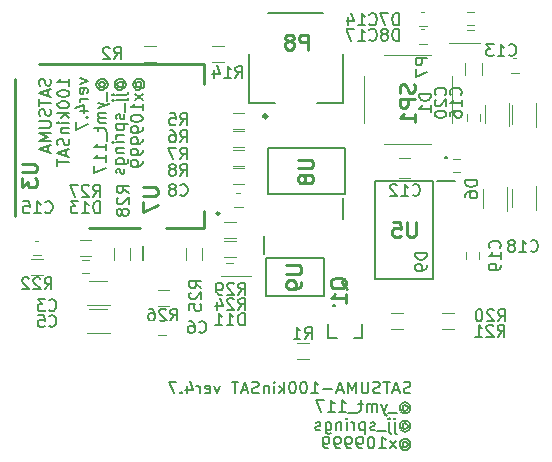
<source format=gbo>
G04 #@! TF.FileFunction,Legend,Bot*
%FSLAX46Y46*%
G04 Gerber Fmt 4.6, Leading zero omitted, Abs format (unit mm)*
G04 Created by KiCad (PCBNEW 4.0.1-stable) date 2019/02/07 19:56:50*
%MOMM*%
G01*
G04 APERTURE LIST*
%ADD10C,0.100000*%
%ADD11C,0.150000*%
%ADD12C,0.120000*%
%ADD13C,0.200000*%
%ADD14C,0.254000*%
%ADD15C,2.600000*%
%ADD16R,2.400000X2.000000*%
%ADD17R,1.600000X1.150000*%
%ADD18R,1.900000X1.650000*%
%ADD19R,2.000000X2.400000*%
%ADD20R,1.300000X1.600000*%
%ADD21R,1.600000X1.300000*%
%ADD22R,2.100000X2.100000*%
%ADD23O,2.100000X2.100000*%
%ADD24R,1.400000X1.400000*%
%ADD25O,1.400000X1.400000*%
%ADD26R,1.400000X3.900000*%
%ADD27R,1.900000X3.800000*%
%ADD28C,1.924000*%
%ADD29R,1.200000X1.400000*%
%ADD30R,2.600000X2.600000*%
%ADD31R,1.600000X1.100000*%
%ADD32R,1.600000X1.400000*%
%ADD33R,3.200000X1.400000*%
%ADD34R,2.300000X1.700000*%
%ADD35R,1.925000X0.850000*%
%ADD36R,0.800000X1.600000*%
%ADD37R,1.350000X2.150000*%
%ADD38R,3.600000X2.150000*%
%ADD39R,1.100000X1.925000*%
G04 APERTURE END LIST*
D10*
D11*
X113909524Y-122479762D02*
X113766667Y-122527381D01*
X113528571Y-122527381D01*
X113433333Y-122479762D01*
X113385714Y-122432143D01*
X113338095Y-122336905D01*
X113338095Y-122241667D01*
X113385714Y-122146429D01*
X113433333Y-122098810D01*
X113528571Y-122051190D01*
X113719048Y-122003571D01*
X113814286Y-121955952D01*
X113861905Y-121908333D01*
X113909524Y-121813095D01*
X113909524Y-121717857D01*
X113861905Y-121622619D01*
X113814286Y-121575000D01*
X113719048Y-121527381D01*
X113480952Y-121527381D01*
X113338095Y-121575000D01*
X112957143Y-122241667D02*
X112480952Y-122241667D01*
X113052381Y-122527381D02*
X112719048Y-121527381D01*
X112385714Y-122527381D01*
X112195238Y-121527381D02*
X111623809Y-121527381D01*
X111909524Y-122527381D02*
X111909524Y-121527381D01*
X111338095Y-122479762D02*
X111195238Y-122527381D01*
X110957142Y-122527381D01*
X110861904Y-122479762D01*
X110814285Y-122432143D01*
X110766666Y-122336905D01*
X110766666Y-122241667D01*
X110814285Y-122146429D01*
X110861904Y-122098810D01*
X110957142Y-122051190D01*
X111147619Y-122003571D01*
X111242857Y-121955952D01*
X111290476Y-121908333D01*
X111338095Y-121813095D01*
X111338095Y-121717857D01*
X111290476Y-121622619D01*
X111242857Y-121575000D01*
X111147619Y-121527381D01*
X110909523Y-121527381D01*
X110766666Y-121575000D01*
X110338095Y-121527381D02*
X110338095Y-122336905D01*
X110290476Y-122432143D01*
X110242857Y-122479762D01*
X110147619Y-122527381D01*
X109957142Y-122527381D01*
X109861904Y-122479762D01*
X109814285Y-122432143D01*
X109766666Y-122336905D01*
X109766666Y-121527381D01*
X109290476Y-122527381D02*
X109290476Y-121527381D01*
X108957142Y-122241667D01*
X108623809Y-121527381D01*
X108623809Y-122527381D01*
X108195238Y-122241667D02*
X107719047Y-122241667D01*
X108290476Y-122527381D02*
X107957143Y-121527381D01*
X107623809Y-122527381D01*
X107290476Y-122146429D02*
X106528571Y-122146429D01*
X105528571Y-122527381D02*
X106100000Y-122527381D01*
X105814286Y-122527381D02*
X105814286Y-121527381D01*
X105909524Y-121670238D01*
X106004762Y-121765476D01*
X106100000Y-121813095D01*
X104909524Y-121527381D02*
X104814285Y-121527381D01*
X104719047Y-121575000D01*
X104671428Y-121622619D01*
X104623809Y-121717857D01*
X104576190Y-121908333D01*
X104576190Y-122146429D01*
X104623809Y-122336905D01*
X104671428Y-122432143D01*
X104719047Y-122479762D01*
X104814285Y-122527381D01*
X104909524Y-122527381D01*
X105004762Y-122479762D01*
X105052381Y-122432143D01*
X105100000Y-122336905D01*
X105147619Y-122146429D01*
X105147619Y-121908333D01*
X105100000Y-121717857D01*
X105052381Y-121622619D01*
X105004762Y-121575000D01*
X104909524Y-121527381D01*
X103957143Y-121527381D02*
X103861904Y-121527381D01*
X103766666Y-121575000D01*
X103719047Y-121622619D01*
X103671428Y-121717857D01*
X103623809Y-121908333D01*
X103623809Y-122146429D01*
X103671428Y-122336905D01*
X103719047Y-122432143D01*
X103766666Y-122479762D01*
X103861904Y-122527381D01*
X103957143Y-122527381D01*
X104052381Y-122479762D01*
X104100000Y-122432143D01*
X104147619Y-122336905D01*
X104195238Y-122146429D01*
X104195238Y-121908333D01*
X104147619Y-121717857D01*
X104100000Y-121622619D01*
X104052381Y-121575000D01*
X103957143Y-121527381D01*
X103195238Y-122527381D02*
X103195238Y-121527381D01*
X103100000Y-122146429D02*
X102814285Y-122527381D01*
X102814285Y-121860714D02*
X103195238Y-122241667D01*
X102385714Y-122527381D02*
X102385714Y-121860714D01*
X102385714Y-121527381D02*
X102433333Y-121575000D01*
X102385714Y-121622619D01*
X102338095Y-121575000D01*
X102385714Y-121527381D01*
X102385714Y-121622619D01*
X101909524Y-121860714D02*
X101909524Y-122527381D01*
X101909524Y-121955952D02*
X101861905Y-121908333D01*
X101766667Y-121860714D01*
X101623809Y-121860714D01*
X101528571Y-121908333D01*
X101480952Y-122003571D01*
X101480952Y-122527381D01*
X101052381Y-122479762D02*
X100909524Y-122527381D01*
X100671428Y-122527381D01*
X100576190Y-122479762D01*
X100528571Y-122432143D01*
X100480952Y-122336905D01*
X100480952Y-122241667D01*
X100528571Y-122146429D01*
X100576190Y-122098810D01*
X100671428Y-122051190D01*
X100861905Y-122003571D01*
X100957143Y-121955952D01*
X101004762Y-121908333D01*
X101052381Y-121813095D01*
X101052381Y-121717857D01*
X101004762Y-121622619D01*
X100957143Y-121575000D01*
X100861905Y-121527381D01*
X100623809Y-121527381D01*
X100480952Y-121575000D01*
X100100000Y-122241667D02*
X99623809Y-122241667D01*
X100195238Y-122527381D02*
X99861905Y-121527381D01*
X99528571Y-122527381D01*
X99338095Y-121527381D02*
X98766666Y-121527381D01*
X99052381Y-122527381D02*
X99052381Y-121527381D01*
X97766666Y-121860714D02*
X97528571Y-122527381D01*
X97290475Y-121860714D01*
X96528570Y-122479762D02*
X96623808Y-122527381D01*
X96814285Y-122527381D01*
X96909523Y-122479762D01*
X96957142Y-122384524D01*
X96957142Y-122003571D01*
X96909523Y-121908333D01*
X96814285Y-121860714D01*
X96623808Y-121860714D01*
X96528570Y-121908333D01*
X96480951Y-122003571D01*
X96480951Y-122098810D01*
X96957142Y-122194048D01*
X96052380Y-122527381D02*
X96052380Y-121860714D01*
X96052380Y-122051190D02*
X96004761Y-121955952D01*
X95957142Y-121908333D01*
X95861904Y-121860714D01*
X95766665Y-121860714D01*
X95004760Y-121860714D02*
X95004760Y-122527381D01*
X95242856Y-121479762D02*
X95480951Y-122194048D01*
X94861903Y-122194048D01*
X94480951Y-122432143D02*
X94433332Y-122479762D01*
X94480951Y-122527381D01*
X94528570Y-122479762D01*
X94480951Y-122432143D01*
X94480951Y-122527381D01*
X94099999Y-121527381D02*
X93433332Y-121527381D01*
X93861904Y-122527381D01*
X113242857Y-123601190D02*
X113290476Y-123553571D01*
X113385714Y-123505952D01*
X113480952Y-123505952D01*
X113576190Y-123553571D01*
X113623810Y-123601190D01*
X113671429Y-123696429D01*
X113671429Y-123791667D01*
X113623810Y-123886905D01*
X113576190Y-123934524D01*
X113480952Y-123982143D01*
X113385714Y-123982143D01*
X113290476Y-123934524D01*
X113242857Y-123886905D01*
X113242857Y-123505952D02*
X113242857Y-123886905D01*
X113195238Y-123934524D01*
X113147619Y-123934524D01*
X113052381Y-123886905D01*
X113004762Y-123791667D01*
X113004762Y-123553571D01*
X113100000Y-123410714D01*
X113242857Y-123315476D01*
X113433333Y-123267857D01*
X113623810Y-123315476D01*
X113766667Y-123410714D01*
X113861905Y-123553571D01*
X113909524Y-123744048D01*
X113861905Y-123934524D01*
X113766667Y-124077381D01*
X113623810Y-124172619D01*
X113433333Y-124220238D01*
X113242857Y-124172619D01*
X113100000Y-124077381D01*
X112814286Y-124172619D02*
X112052381Y-124172619D01*
X111909524Y-123410714D02*
X111671429Y-124077381D01*
X111433333Y-123410714D02*
X111671429Y-124077381D01*
X111766667Y-124315476D01*
X111814286Y-124363095D01*
X111909524Y-124410714D01*
X111052381Y-124077381D02*
X111052381Y-123410714D01*
X111052381Y-123505952D02*
X111004762Y-123458333D01*
X110909524Y-123410714D01*
X110766666Y-123410714D01*
X110671428Y-123458333D01*
X110623809Y-123553571D01*
X110623809Y-124077381D01*
X110623809Y-123553571D02*
X110576190Y-123458333D01*
X110480952Y-123410714D01*
X110338095Y-123410714D01*
X110242857Y-123458333D01*
X110195238Y-123553571D01*
X110195238Y-124077381D01*
X109861905Y-123410714D02*
X109480953Y-123410714D01*
X109719048Y-123077381D02*
X109719048Y-123934524D01*
X109671429Y-124029762D01*
X109576191Y-124077381D01*
X109480953Y-124077381D01*
X109385714Y-124172619D02*
X108623809Y-124172619D01*
X107861904Y-124077381D02*
X108433333Y-124077381D01*
X108147619Y-124077381D02*
X108147619Y-123077381D01*
X108242857Y-123220238D01*
X108338095Y-123315476D01*
X108433333Y-123363095D01*
X106909523Y-124077381D02*
X107480952Y-124077381D01*
X107195238Y-124077381D02*
X107195238Y-123077381D01*
X107290476Y-123220238D01*
X107385714Y-123315476D01*
X107480952Y-123363095D01*
X106576190Y-123077381D02*
X105909523Y-123077381D01*
X106338095Y-124077381D01*
X113242857Y-125151190D02*
X113290476Y-125103571D01*
X113385714Y-125055952D01*
X113480952Y-125055952D01*
X113576190Y-125103571D01*
X113623810Y-125151190D01*
X113671429Y-125246429D01*
X113671429Y-125341667D01*
X113623810Y-125436905D01*
X113576190Y-125484524D01*
X113480952Y-125532143D01*
X113385714Y-125532143D01*
X113290476Y-125484524D01*
X113242857Y-125436905D01*
X113242857Y-125055952D02*
X113242857Y-125436905D01*
X113195238Y-125484524D01*
X113147619Y-125484524D01*
X113052381Y-125436905D01*
X113004762Y-125341667D01*
X113004762Y-125103571D01*
X113100000Y-124960714D01*
X113242857Y-124865476D01*
X113433333Y-124817857D01*
X113623810Y-124865476D01*
X113766667Y-124960714D01*
X113861905Y-125103571D01*
X113909524Y-125294048D01*
X113861905Y-125484524D01*
X113766667Y-125627381D01*
X113623810Y-125722619D01*
X113433333Y-125770238D01*
X113242857Y-125722619D01*
X113100000Y-125627381D01*
X112576191Y-124960714D02*
X112576191Y-125817857D01*
X112623810Y-125913095D01*
X112719048Y-125960714D01*
X112766667Y-125960714D01*
X112576191Y-124627381D02*
X112623810Y-124675000D01*
X112576191Y-124722619D01*
X112528572Y-124675000D01*
X112576191Y-124627381D01*
X112576191Y-124722619D01*
X112100001Y-124960714D02*
X112100001Y-125817857D01*
X112147620Y-125913095D01*
X112242858Y-125960714D01*
X112290477Y-125960714D01*
X112100001Y-124627381D02*
X112147620Y-124675000D01*
X112100001Y-124722619D01*
X112052382Y-124675000D01*
X112100001Y-124627381D01*
X112100001Y-124722619D01*
X111861906Y-125722619D02*
X111100001Y-125722619D01*
X110909525Y-125579762D02*
X110814287Y-125627381D01*
X110623811Y-125627381D01*
X110528572Y-125579762D01*
X110480953Y-125484524D01*
X110480953Y-125436905D01*
X110528572Y-125341667D01*
X110623811Y-125294048D01*
X110766668Y-125294048D01*
X110861906Y-125246429D01*
X110909525Y-125151190D01*
X110909525Y-125103571D01*
X110861906Y-125008333D01*
X110766668Y-124960714D01*
X110623811Y-124960714D01*
X110528572Y-125008333D01*
X110052382Y-124960714D02*
X110052382Y-125960714D01*
X110052382Y-125008333D02*
X109957144Y-124960714D01*
X109766667Y-124960714D01*
X109671429Y-125008333D01*
X109623810Y-125055952D01*
X109576191Y-125151190D01*
X109576191Y-125436905D01*
X109623810Y-125532143D01*
X109671429Y-125579762D01*
X109766667Y-125627381D01*
X109957144Y-125627381D01*
X110052382Y-125579762D01*
X109147620Y-125627381D02*
X109147620Y-124960714D01*
X109147620Y-125151190D02*
X109100001Y-125055952D01*
X109052382Y-125008333D01*
X108957144Y-124960714D01*
X108861905Y-124960714D01*
X108528572Y-125627381D02*
X108528572Y-124960714D01*
X108528572Y-124627381D02*
X108576191Y-124675000D01*
X108528572Y-124722619D01*
X108480953Y-124675000D01*
X108528572Y-124627381D01*
X108528572Y-124722619D01*
X108052382Y-124960714D02*
X108052382Y-125627381D01*
X108052382Y-125055952D02*
X108004763Y-125008333D01*
X107909525Y-124960714D01*
X107766667Y-124960714D01*
X107671429Y-125008333D01*
X107623810Y-125103571D01*
X107623810Y-125627381D01*
X106719048Y-124960714D02*
X106719048Y-125770238D01*
X106766667Y-125865476D01*
X106814286Y-125913095D01*
X106909525Y-125960714D01*
X107052382Y-125960714D01*
X107147620Y-125913095D01*
X106719048Y-125579762D02*
X106814286Y-125627381D01*
X107004763Y-125627381D01*
X107100001Y-125579762D01*
X107147620Y-125532143D01*
X107195239Y-125436905D01*
X107195239Y-125151190D01*
X107147620Y-125055952D01*
X107100001Y-125008333D01*
X107004763Y-124960714D01*
X106814286Y-124960714D01*
X106719048Y-125008333D01*
X106290477Y-125579762D02*
X106195239Y-125627381D01*
X106004763Y-125627381D01*
X105909524Y-125579762D01*
X105861905Y-125484524D01*
X105861905Y-125436905D01*
X105909524Y-125341667D01*
X106004763Y-125294048D01*
X106147620Y-125294048D01*
X106242858Y-125246429D01*
X106290477Y-125151190D01*
X106290477Y-125103571D01*
X106242858Y-125008333D01*
X106147620Y-124960714D01*
X106004763Y-124960714D01*
X105909524Y-125008333D01*
X113242857Y-126701190D02*
X113290476Y-126653571D01*
X113385714Y-126605952D01*
X113480952Y-126605952D01*
X113576190Y-126653571D01*
X113623810Y-126701190D01*
X113671429Y-126796429D01*
X113671429Y-126891667D01*
X113623810Y-126986905D01*
X113576190Y-127034524D01*
X113480952Y-127082143D01*
X113385714Y-127082143D01*
X113290476Y-127034524D01*
X113242857Y-126986905D01*
X113242857Y-126605952D02*
X113242857Y-126986905D01*
X113195238Y-127034524D01*
X113147619Y-127034524D01*
X113052381Y-126986905D01*
X113004762Y-126891667D01*
X113004762Y-126653571D01*
X113100000Y-126510714D01*
X113242857Y-126415476D01*
X113433333Y-126367857D01*
X113623810Y-126415476D01*
X113766667Y-126510714D01*
X113861905Y-126653571D01*
X113909524Y-126844048D01*
X113861905Y-127034524D01*
X113766667Y-127177381D01*
X113623810Y-127272619D01*
X113433333Y-127320238D01*
X113242857Y-127272619D01*
X113100000Y-127177381D01*
X112671429Y-127177381D02*
X112147619Y-126510714D01*
X112671429Y-126510714D02*
X112147619Y-127177381D01*
X111242857Y-127177381D02*
X111814286Y-127177381D01*
X111528572Y-127177381D02*
X111528572Y-126177381D01*
X111623810Y-126320238D01*
X111719048Y-126415476D01*
X111814286Y-126463095D01*
X110623810Y-126177381D02*
X110528571Y-126177381D01*
X110433333Y-126225000D01*
X110385714Y-126272619D01*
X110338095Y-126367857D01*
X110290476Y-126558333D01*
X110290476Y-126796429D01*
X110338095Y-126986905D01*
X110385714Y-127082143D01*
X110433333Y-127129762D01*
X110528571Y-127177381D01*
X110623810Y-127177381D01*
X110719048Y-127129762D01*
X110766667Y-127082143D01*
X110814286Y-126986905D01*
X110861905Y-126796429D01*
X110861905Y-126558333D01*
X110814286Y-126367857D01*
X110766667Y-126272619D01*
X110719048Y-126225000D01*
X110623810Y-126177381D01*
X109814286Y-127177381D02*
X109623810Y-127177381D01*
X109528571Y-127129762D01*
X109480952Y-127082143D01*
X109385714Y-126939286D01*
X109338095Y-126748810D01*
X109338095Y-126367857D01*
X109385714Y-126272619D01*
X109433333Y-126225000D01*
X109528571Y-126177381D01*
X109719048Y-126177381D01*
X109814286Y-126225000D01*
X109861905Y-126272619D01*
X109909524Y-126367857D01*
X109909524Y-126605952D01*
X109861905Y-126701190D01*
X109814286Y-126748810D01*
X109719048Y-126796429D01*
X109528571Y-126796429D01*
X109433333Y-126748810D01*
X109385714Y-126701190D01*
X109338095Y-126605952D01*
X108861905Y-127177381D02*
X108671429Y-127177381D01*
X108576190Y-127129762D01*
X108528571Y-127082143D01*
X108433333Y-126939286D01*
X108385714Y-126748810D01*
X108385714Y-126367857D01*
X108433333Y-126272619D01*
X108480952Y-126225000D01*
X108576190Y-126177381D01*
X108766667Y-126177381D01*
X108861905Y-126225000D01*
X108909524Y-126272619D01*
X108957143Y-126367857D01*
X108957143Y-126605952D01*
X108909524Y-126701190D01*
X108861905Y-126748810D01*
X108766667Y-126796429D01*
X108576190Y-126796429D01*
X108480952Y-126748810D01*
X108433333Y-126701190D01*
X108385714Y-126605952D01*
X107909524Y-127177381D02*
X107719048Y-127177381D01*
X107623809Y-127129762D01*
X107576190Y-127082143D01*
X107480952Y-126939286D01*
X107433333Y-126748810D01*
X107433333Y-126367857D01*
X107480952Y-126272619D01*
X107528571Y-126225000D01*
X107623809Y-126177381D01*
X107814286Y-126177381D01*
X107909524Y-126225000D01*
X107957143Y-126272619D01*
X108004762Y-126367857D01*
X108004762Y-126605952D01*
X107957143Y-126701190D01*
X107909524Y-126748810D01*
X107814286Y-126796429D01*
X107623809Y-126796429D01*
X107528571Y-126748810D01*
X107480952Y-126701190D01*
X107433333Y-126605952D01*
X106957143Y-127177381D02*
X106766667Y-127177381D01*
X106671428Y-127129762D01*
X106623809Y-127082143D01*
X106528571Y-126939286D01*
X106480952Y-126748810D01*
X106480952Y-126367857D01*
X106528571Y-126272619D01*
X106576190Y-126225000D01*
X106671428Y-126177381D01*
X106861905Y-126177381D01*
X106957143Y-126225000D01*
X107004762Y-126272619D01*
X107052381Y-126367857D01*
X107052381Y-126605952D01*
X107004762Y-126701190D01*
X106957143Y-126748810D01*
X106861905Y-126796429D01*
X106671428Y-126796429D01*
X106576190Y-126748810D01*
X106528571Y-126701190D01*
X106480952Y-126605952D01*
X83429762Y-95890476D02*
X83477381Y-96033333D01*
X83477381Y-96271429D01*
X83429762Y-96366667D01*
X83382143Y-96414286D01*
X83286905Y-96461905D01*
X83191667Y-96461905D01*
X83096429Y-96414286D01*
X83048810Y-96366667D01*
X83001190Y-96271429D01*
X82953571Y-96080952D01*
X82905952Y-95985714D01*
X82858333Y-95938095D01*
X82763095Y-95890476D01*
X82667857Y-95890476D01*
X82572619Y-95938095D01*
X82525000Y-95985714D01*
X82477381Y-96080952D01*
X82477381Y-96319048D01*
X82525000Y-96461905D01*
X83191667Y-96842857D02*
X83191667Y-97319048D01*
X83477381Y-96747619D02*
X82477381Y-97080952D01*
X83477381Y-97414286D01*
X82477381Y-97604762D02*
X82477381Y-98176191D01*
X83477381Y-97890476D02*
X82477381Y-97890476D01*
X83429762Y-98461905D02*
X83477381Y-98604762D01*
X83477381Y-98842858D01*
X83429762Y-98938096D01*
X83382143Y-98985715D01*
X83286905Y-99033334D01*
X83191667Y-99033334D01*
X83096429Y-98985715D01*
X83048810Y-98938096D01*
X83001190Y-98842858D01*
X82953571Y-98652381D01*
X82905952Y-98557143D01*
X82858333Y-98509524D01*
X82763095Y-98461905D01*
X82667857Y-98461905D01*
X82572619Y-98509524D01*
X82525000Y-98557143D01*
X82477381Y-98652381D01*
X82477381Y-98890477D01*
X82525000Y-99033334D01*
X82477381Y-99461905D02*
X83286905Y-99461905D01*
X83382143Y-99509524D01*
X83429762Y-99557143D01*
X83477381Y-99652381D01*
X83477381Y-99842858D01*
X83429762Y-99938096D01*
X83382143Y-99985715D01*
X83286905Y-100033334D01*
X82477381Y-100033334D01*
X83477381Y-100509524D02*
X82477381Y-100509524D01*
X83191667Y-100842858D01*
X82477381Y-101176191D01*
X83477381Y-101176191D01*
X83191667Y-101604762D02*
X83191667Y-102080953D01*
X83477381Y-101509524D02*
X82477381Y-101842857D01*
X83477381Y-102176191D01*
X85027381Y-96461905D02*
X85027381Y-95890476D01*
X85027381Y-96176190D02*
X84027381Y-96176190D01*
X84170238Y-96080952D01*
X84265476Y-95985714D01*
X84313095Y-95890476D01*
X84027381Y-97080952D02*
X84027381Y-97176191D01*
X84075000Y-97271429D01*
X84122619Y-97319048D01*
X84217857Y-97366667D01*
X84408333Y-97414286D01*
X84646429Y-97414286D01*
X84836905Y-97366667D01*
X84932143Y-97319048D01*
X84979762Y-97271429D01*
X85027381Y-97176191D01*
X85027381Y-97080952D01*
X84979762Y-96985714D01*
X84932143Y-96938095D01*
X84836905Y-96890476D01*
X84646429Y-96842857D01*
X84408333Y-96842857D01*
X84217857Y-96890476D01*
X84122619Y-96938095D01*
X84075000Y-96985714D01*
X84027381Y-97080952D01*
X84027381Y-98033333D02*
X84027381Y-98128572D01*
X84075000Y-98223810D01*
X84122619Y-98271429D01*
X84217857Y-98319048D01*
X84408333Y-98366667D01*
X84646429Y-98366667D01*
X84836905Y-98319048D01*
X84932143Y-98271429D01*
X84979762Y-98223810D01*
X85027381Y-98128572D01*
X85027381Y-98033333D01*
X84979762Y-97938095D01*
X84932143Y-97890476D01*
X84836905Y-97842857D01*
X84646429Y-97795238D01*
X84408333Y-97795238D01*
X84217857Y-97842857D01*
X84122619Y-97890476D01*
X84075000Y-97938095D01*
X84027381Y-98033333D01*
X85027381Y-98795238D02*
X84027381Y-98795238D01*
X84646429Y-98890476D02*
X85027381Y-99176191D01*
X84360714Y-99176191D02*
X84741667Y-98795238D01*
X85027381Y-99604762D02*
X84360714Y-99604762D01*
X84027381Y-99604762D02*
X84075000Y-99557143D01*
X84122619Y-99604762D01*
X84075000Y-99652381D01*
X84027381Y-99604762D01*
X84122619Y-99604762D01*
X84360714Y-100080952D02*
X85027381Y-100080952D01*
X84455952Y-100080952D02*
X84408333Y-100128571D01*
X84360714Y-100223809D01*
X84360714Y-100366667D01*
X84408333Y-100461905D01*
X84503571Y-100509524D01*
X85027381Y-100509524D01*
X84979762Y-100938095D02*
X85027381Y-101080952D01*
X85027381Y-101319048D01*
X84979762Y-101414286D01*
X84932143Y-101461905D01*
X84836905Y-101509524D01*
X84741667Y-101509524D01*
X84646429Y-101461905D01*
X84598810Y-101414286D01*
X84551190Y-101319048D01*
X84503571Y-101128571D01*
X84455952Y-101033333D01*
X84408333Y-100985714D01*
X84313095Y-100938095D01*
X84217857Y-100938095D01*
X84122619Y-100985714D01*
X84075000Y-101033333D01*
X84027381Y-101128571D01*
X84027381Y-101366667D01*
X84075000Y-101509524D01*
X84741667Y-101890476D02*
X84741667Y-102366667D01*
X85027381Y-101795238D02*
X84027381Y-102128571D01*
X85027381Y-102461905D01*
X84027381Y-102652381D02*
X84027381Y-103223810D01*
X85027381Y-102938095D02*
X84027381Y-102938095D01*
X85910714Y-95842857D02*
X86577381Y-96080952D01*
X85910714Y-96319048D01*
X86529762Y-97080953D02*
X86577381Y-96985715D01*
X86577381Y-96795238D01*
X86529762Y-96700000D01*
X86434524Y-96652381D01*
X86053571Y-96652381D01*
X85958333Y-96700000D01*
X85910714Y-96795238D01*
X85910714Y-96985715D01*
X85958333Y-97080953D01*
X86053571Y-97128572D01*
X86148810Y-97128572D01*
X86244048Y-96652381D01*
X86577381Y-97557143D02*
X85910714Y-97557143D01*
X86101190Y-97557143D02*
X86005952Y-97604762D01*
X85958333Y-97652381D01*
X85910714Y-97747619D01*
X85910714Y-97842858D01*
X85910714Y-98604763D02*
X86577381Y-98604763D01*
X85529762Y-98366667D02*
X86244048Y-98128572D01*
X86244048Y-98747620D01*
X86482143Y-99128572D02*
X86529762Y-99176191D01*
X86577381Y-99128572D01*
X86529762Y-99080953D01*
X86482143Y-99128572D01*
X86577381Y-99128572D01*
X85577381Y-99509524D02*
X85577381Y-100176191D01*
X86577381Y-99747619D01*
X87651190Y-96557143D02*
X87603571Y-96509524D01*
X87555952Y-96414286D01*
X87555952Y-96319048D01*
X87603571Y-96223810D01*
X87651190Y-96176190D01*
X87746429Y-96128571D01*
X87841667Y-96128571D01*
X87936905Y-96176190D01*
X87984524Y-96223810D01*
X88032143Y-96319048D01*
X88032143Y-96414286D01*
X87984524Y-96509524D01*
X87936905Y-96557143D01*
X87555952Y-96557143D02*
X87936905Y-96557143D01*
X87984524Y-96604762D01*
X87984524Y-96652381D01*
X87936905Y-96747619D01*
X87841667Y-96795238D01*
X87603571Y-96795238D01*
X87460714Y-96700000D01*
X87365476Y-96557143D01*
X87317857Y-96366667D01*
X87365476Y-96176190D01*
X87460714Y-96033333D01*
X87603571Y-95938095D01*
X87794048Y-95890476D01*
X87984524Y-95938095D01*
X88127381Y-96033333D01*
X88222619Y-96176190D01*
X88270238Y-96366667D01*
X88222619Y-96557143D01*
X88127381Y-96700000D01*
X88222619Y-96985714D02*
X88222619Y-97747619D01*
X87460714Y-97890476D02*
X88127381Y-98128571D01*
X87460714Y-98366667D02*
X88127381Y-98128571D01*
X88365476Y-98033333D01*
X88413095Y-97985714D01*
X88460714Y-97890476D01*
X88127381Y-98747619D02*
X87460714Y-98747619D01*
X87555952Y-98747619D02*
X87508333Y-98795238D01*
X87460714Y-98890476D01*
X87460714Y-99033334D01*
X87508333Y-99128572D01*
X87603571Y-99176191D01*
X88127381Y-99176191D01*
X87603571Y-99176191D02*
X87508333Y-99223810D01*
X87460714Y-99319048D01*
X87460714Y-99461905D01*
X87508333Y-99557143D01*
X87603571Y-99604762D01*
X88127381Y-99604762D01*
X87460714Y-99938095D02*
X87460714Y-100319047D01*
X87127381Y-100080952D02*
X87984524Y-100080952D01*
X88079762Y-100128571D01*
X88127381Y-100223809D01*
X88127381Y-100319047D01*
X88222619Y-100414286D02*
X88222619Y-101176191D01*
X88127381Y-101938096D02*
X88127381Y-101366667D01*
X88127381Y-101652381D02*
X87127381Y-101652381D01*
X87270238Y-101557143D01*
X87365476Y-101461905D01*
X87413095Y-101366667D01*
X88127381Y-102890477D02*
X88127381Y-102319048D01*
X88127381Y-102604762D02*
X87127381Y-102604762D01*
X87270238Y-102509524D01*
X87365476Y-102414286D01*
X87413095Y-102319048D01*
X87127381Y-103223810D02*
X87127381Y-103890477D01*
X88127381Y-103461905D01*
X89201190Y-96557143D02*
X89153571Y-96509524D01*
X89105952Y-96414286D01*
X89105952Y-96319048D01*
X89153571Y-96223810D01*
X89201190Y-96176190D01*
X89296429Y-96128571D01*
X89391667Y-96128571D01*
X89486905Y-96176190D01*
X89534524Y-96223810D01*
X89582143Y-96319048D01*
X89582143Y-96414286D01*
X89534524Y-96509524D01*
X89486905Y-96557143D01*
X89105952Y-96557143D02*
X89486905Y-96557143D01*
X89534524Y-96604762D01*
X89534524Y-96652381D01*
X89486905Y-96747619D01*
X89391667Y-96795238D01*
X89153571Y-96795238D01*
X89010714Y-96700000D01*
X88915476Y-96557143D01*
X88867857Y-96366667D01*
X88915476Y-96176190D01*
X89010714Y-96033333D01*
X89153571Y-95938095D01*
X89344048Y-95890476D01*
X89534524Y-95938095D01*
X89677381Y-96033333D01*
X89772619Y-96176190D01*
X89820238Y-96366667D01*
X89772619Y-96557143D01*
X89677381Y-96700000D01*
X89010714Y-97223809D02*
X89867857Y-97223809D01*
X89963095Y-97176190D01*
X90010714Y-97080952D01*
X90010714Y-97033333D01*
X88677381Y-97223809D02*
X88725000Y-97176190D01*
X88772619Y-97223809D01*
X88725000Y-97271428D01*
X88677381Y-97223809D01*
X88772619Y-97223809D01*
X89010714Y-97699999D02*
X89867857Y-97699999D01*
X89963095Y-97652380D01*
X90010714Y-97557142D01*
X90010714Y-97509523D01*
X88677381Y-97699999D02*
X88725000Y-97652380D01*
X88772619Y-97699999D01*
X88725000Y-97747618D01*
X88677381Y-97699999D01*
X88772619Y-97699999D01*
X89772619Y-97938094D02*
X89772619Y-98699999D01*
X89629762Y-98890475D02*
X89677381Y-98985713D01*
X89677381Y-99176189D01*
X89629762Y-99271428D01*
X89534524Y-99319047D01*
X89486905Y-99319047D01*
X89391667Y-99271428D01*
X89344048Y-99176189D01*
X89344048Y-99033332D01*
X89296429Y-98938094D01*
X89201190Y-98890475D01*
X89153571Y-98890475D01*
X89058333Y-98938094D01*
X89010714Y-99033332D01*
X89010714Y-99176189D01*
X89058333Y-99271428D01*
X89010714Y-99747618D02*
X90010714Y-99747618D01*
X89058333Y-99747618D02*
X89010714Y-99842856D01*
X89010714Y-100033333D01*
X89058333Y-100128571D01*
X89105952Y-100176190D01*
X89201190Y-100223809D01*
X89486905Y-100223809D01*
X89582143Y-100176190D01*
X89629762Y-100128571D01*
X89677381Y-100033333D01*
X89677381Y-99842856D01*
X89629762Y-99747618D01*
X89677381Y-100652380D02*
X89010714Y-100652380D01*
X89201190Y-100652380D02*
X89105952Y-100699999D01*
X89058333Y-100747618D01*
X89010714Y-100842856D01*
X89010714Y-100938095D01*
X89677381Y-101271428D02*
X89010714Y-101271428D01*
X88677381Y-101271428D02*
X88725000Y-101223809D01*
X88772619Y-101271428D01*
X88725000Y-101319047D01*
X88677381Y-101271428D01*
X88772619Y-101271428D01*
X89010714Y-101747618D02*
X89677381Y-101747618D01*
X89105952Y-101747618D02*
X89058333Y-101795237D01*
X89010714Y-101890475D01*
X89010714Y-102033333D01*
X89058333Y-102128571D01*
X89153571Y-102176190D01*
X89677381Y-102176190D01*
X89010714Y-103080952D02*
X89820238Y-103080952D01*
X89915476Y-103033333D01*
X89963095Y-102985714D01*
X90010714Y-102890475D01*
X90010714Y-102747618D01*
X89963095Y-102652380D01*
X89629762Y-103080952D02*
X89677381Y-102985714D01*
X89677381Y-102795237D01*
X89629762Y-102699999D01*
X89582143Y-102652380D01*
X89486905Y-102604761D01*
X89201190Y-102604761D01*
X89105952Y-102652380D01*
X89058333Y-102699999D01*
X89010714Y-102795237D01*
X89010714Y-102985714D01*
X89058333Y-103080952D01*
X89629762Y-103509523D02*
X89677381Y-103604761D01*
X89677381Y-103795237D01*
X89629762Y-103890476D01*
X89534524Y-103938095D01*
X89486905Y-103938095D01*
X89391667Y-103890476D01*
X89344048Y-103795237D01*
X89344048Y-103652380D01*
X89296429Y-103557142D01*
X89201190Y-103509523D01*
X89153571Y-103509523D01*
X89058333Y-103557142D01*
X89010714Y-103652380D01*
X89010714Y-103795237D01*
X89058333Y-103890476D01*
X90751190Y-96557143D02*
X90703571Y-96509524D01*
X90655952Y-96414286D01*
X90655952Y-96319048D01*
X90703571Y-96223810D01*
X90751190Y-96176190D01*
X90846429Y-96128571D01*
X90941667Y-96128571D01*
X91036905Y-96176190D01*
X91084524Y-96223810D01*
X91132143Y-96319048D01*
X91132143Y-96414286D01*
X91084524Y-96509524D01*
X91036905Y-96557143D01*
X90655952Y-96557143D02*
X91036905Y-96557143D01*
X91084524Y-96604762D01*
X91084524Y-96652381D01*
X91036905Y-96747619D01*
X90941667Y-96795238D01*
X90703571Y-96795238D01*
X90560714Y-96700000D01*
X90465476Y-96557143D01*
X90417857Y-96366667D01*
X90465476Y-96176190D01*
X90560714Y-96033333D01*
X90703571Y-95938095D01*
X90894048Y-95890476D01*
X91084524Y-95938095D01*
X91227381Y-96033333D01*
X91322619Y-96176190D01*
X91370238Y-96366667D01*
X91322619Y-96557143D01*
X91227381Y-96700000D01*
X91227381Y-97128571D02*
X90560714Y-97652381D01*
X90560714Y-97128571D02*
X91227381Y-97652381D01*
X91227381Y-98557143D02*
X91227381Y-97985714D01*
X91227381Y-98271428D02*
X90227381Y-98271428D01*
X90370238Y-98176190D01*
X90465476Y-98080952D01*
X90513095Y-97985714D01*
X90227381Y-99176190D02*
X90227381Y-99271429D01*
X90275000Y-99366667D01*
X90322619Y-99414286D01*
X90417857Y-99461905D01*
X90608333Y-99509524D01*
X90846429Y-99509524D01*
X91036905Y-99461905D01*
X91132143Y-99414286D01*
X91179762Y-99366667D01*
X91227381Y-99271429D01*
X91227381Y-99176190D01*
X91179762Y-99080952D01*
X91132143Y-99033333D01*
X91036905Y-98985714D01*
X90846429Y-98938095D01*
X90608333Y-98938095D01*
X90417857Y-98985714D01*
X90322619Y-99033333D01*
X90275000Y-99080952D01*
X90227381Y-99176190D01*
X91227381Y-99985714D02*
X91227381Y-100176190D01*
X91179762Y-100271429D01*
X91132143Y-100319048D01*
X90989286Y-100414286D01*
X90798810Y-100461905D01*
X90417857Y-100461905D01*
X90322619Y-100414286D01*
X90275000Y-100366667D01*
X90227381Y-100271429D01*
X90227381Y-100080952D01*
X90275000Y-99985714D01*
X90322619Y-99938095D01*
X90417857Y-99890476D01*
X90655952Y-99890476D01*
X90751190Y-99938095D01*
X90798810Y-99985714D01*
X90846429Y-100080952D01*
X90846429Y-100271429D01*
X90798810Y-100366667D01*
X90751190Y-100414286D01*
X90655952Y-100461905D01*
X91227381Y-100938095D02*
X91227381Y-101128571D01*
X91179762Y-101223810D01*
X91132143Y-101271429D01*
X90989286Y-101366667D01*
X90798810Y-101414286D01*
X90417857Y-101414286D01*
X90322619Y-101366667D01*
X90275000Y-101319048D01*
X90227381Y-101223810D01*
X90227381Y-101033333D01*
X90275000Y-100938095D01*
X90322619Y-100890476D01*
X90417857Y-100842857D01*
X90655952Y-100842857D01*
X90751190Y-100890476D01*
X90798810Y-100938095D01*
X90846429Y-101033333D01*
X90846429Y-101223810D01*
X90798810Y-101319048D01*
X90751190Y-101366667D01*
X90655952Y-101414286D01*
X91227381Y-101890476D02*
X91227381Y-102080952D01*
X91179762Y-102176191D01*
X91132143Y-102223810D01*
X90989286Y-102319048D01*
X90798810Y-102366667D01*
X90417857Y-102366667D01*
X90322619Y-102319048D01*
X90275000Y-102271429D01*
X90227381Y-102176191D01*
X90227381Y-101985714D01*
X90275000Y-101890476D01*
X90322619Y-101842857D01*
X90417857Y-101795238D01*
X90655952Y-101795238D01*
X90751190Y-101842857D01*
X90798810Y-101890476D01*
X90846429Y-101985714D01*
X90846429Y-102176191D01*
X90798810Y-102271429D01*
X90751190Y-102319048D01*
X90655952Y-102366667D01*
X91227381Y-102842857D02*
X91227381Y-103033333D01*
X91179762Y-103128572D01*
X91132143Y-103176191D01*
X90989286Y-103271429D01*
X90798810Y-103319048D01*
X90417857Y-103319048D01*
X90322619Y-103271429D01*
X90275000Y-103223810D01*
X90227381Y-103128572D01*
X90227381Y-102938095D01*
X90275000Y-102842857D01*
X90322619Y-102795238D01*
X90417857Y-102747619D01*
X90655952Y-102747619D01*
X90751190Y-102795238D01*
X90798810Y-102842857D01*
X90846429Y-102938095D01*
X90846429Y-103128572D01*
X90798810Y-103223810D01*
X90751190Y-103271429D01*
X90655952Y-103319048D01*
D12*
X88500000Y-115070000D02*
X86500000Y-115070000D01*
X86500000Y-113030000D02*
X88500000Y-113030000D01*
X88500000Y-117420000D02*
X86500000Y-117420000D01*
X86500000Y-115380000D02*
X88500000Y-115380000D01*
X92550000Y-117550000D02*
X93250000Y-117550000D01*
X93250000Y-116350000D02*
X92550000Y-116350000D01*
X99000000Y-106750000D02*
X99700000Y-106750000D01*
X99700000Y-105550000D02*
X99000000Y-105550000D01*
X113900000Y-104250000D02*
X112900000Y-104250000D01*
X112900000Y-102550000D02*
X113900000Y-102550000D01*
X122400000Y-95350000D02*
X123100000Y-95350000D01*
X123100000Y-94150000D02*
X122400000Y-94150000D01*
X115300000Y-90200000D02*
X114600000Y-90200000D01*
X114600000Y-91400000D02*
X115300000Y-91400000D01*
X81950000Y-110800000D02*
X82650000Y-110800000D01*
X82650000Y-109600000D02*
X81950000Y-109600000D01*
X124570000Y-97950000D02*
X124570000Y-99950000D01*
X122530000Y-99950000D02*
X122530000Y-97950000D01*
X115300000Y-91700000D02*
X114600000Y-91700000D01*
X114600000Y-92900000D02*
X115300000Y-92900000D01*
X122530000Y-107000000D02*
X122530000Y-105000000D01*
X124570000Y-105000000D02*
X124570000Y-107000000D01*
X120080000Y-107050000D02*
X120080000Y-105050000D01*
X122120000Y-105050000D02*
X122120000Y-107050000D01*
X122270000Y-97900000D02*
X122270000Y-99900000D01*
X120230000Y-99900000D02*
X120230000Y-97900000D01*
X119800000Y-101000000D02*
X118700000Y-101000000D01*
X118700000Y-101000000D02*
X118700000Y-98400000D01*
X119800000Y-101000000D02*
X119800000Y-98400000D01*
X116050000Y-103800000D02*
X116050000Y-102700000D01*
X116050000Y-102700000D02*
X118650000Y-102700000D01*
X116050000Y-103800000D02*
X118650000Y-103800000D01*
X117200000Y-91350000D02*
X117200000Y-90250000D01*
X117200000Y-90250000D02*
X119800000Y-90250000D01*
X117200000Y-91350000D02*
X119800000Y-91350000D01*
X117200000Y-92850000D02*
X117200000Y-91750000D01*
X117200000Y-91750000D02*
X119800000Y-91750000D01*
X117200000Y-92850000D02*
X119800000Y-92850000D01*
X119750000Y-112650000D02*
X118650000Y-112650000D01*
X118650000Y-112650000D02*
X118650000Y-110050000D01*
X119750000Y-112650000D02*
X119750000Y-110050000D01*
X100450000Y-111450000D02*
X100450000Y-112550000D01*
X100450000Y-112550000D02*
X97850000Y-112550000D01*
X100450000Y-111450000D02*
X97850000Y-111450000D01*
X84600000Y-112350000D02*
X84600000Y-111250000D01*
X84600000Y-111250000D02*
X87200000Y-111250000D01*
X84600000Y-112350000D02*
X87200000Y-112350000D01*
X119930000Y-95550000D02*
X119930000Y-94550000D01*
X118570000Y-94550000D02*
X118570000Y-95550000D01*
D13*
X108200000Y-97900000D02*
X108200000Y-93796000D01*
X100200000Y-97900000D02*
X100200000Y-93815670D01*
X100200000Y-97900000D02*
X102444330Y-97900000D01*
X108200000Y-97900000D02*
X105964330Y-97900000D01*
X104200000Y-90300000D02*
X106495330Y-90300000D01*
X104200000Y-90300000D02*
X101874000Y-90300000D01*
D14*
X101796420Y-99046670D02*
G75*
G03X101796420Y-99046670I-178090J0D01*
G01*
D13*
X106950000Y-117850000D02*
X107681000Y-117850000D01*
X109850000Y-117850000D02*
X109119000Y-117850000D01*
X106950000Y-117850000D02*
X106950000Y-116621000D01*
X109850000Y-117850000D02*
X109850000Y-116621000D01*
D14*
X107530400Y-115108000D02*
G75*
G03X107530400Y-115108000I-86400J0D01*
G01*
D12*
X104300000Y-119580000D02*
X105300000Y-119580000D01*
X105300000Y-118220000D02*
X104300000Y-118220000D01*
X92350000Y-93120000D02*
X91350000Y-93120000D01*
X91350000Y-94480000D02*
X92350000Y-94480000D01*
X98850000Y-100130000D02*
X99850000Y-100130000D01*
X99850000Y-98770000D02*
X98850000Y-98770000D01*
X98850000Y-101680000D02*
X99850000Y-101680000D01*
X99850000Y-100320000D02*
X98850000Y-100320000D01*
X98850000Y-103230000D02*
X99850000Y-103230000D01*
X99850000Y-101870000D02*
X98850000Y-101870000D01*
X98850000Y-104780000D02*
X99850000Y-104780000D01*
X99850000Y-103420000D02*
X98850000Y-103420000D01*
X98150000Y-93120000D02*
X97150000Y-93120000D01*
X97150000Y-94480000D02*
X98150000Y-94480000D01*
X117600000Y-115720000D02*
X116600000Y-115720000D01*
X116600000Y-117080000D02*
X117600000Y-117080000D01*
X113300000Y-115720000D02*
X112300000Y-115720000D01*
X112300000Y-117080000D02*
X113300000Y-117080000D01*
X82800000Y-111120000D02*
X81800000Y-111120000D01*
X81800000Y-112480000D02*
X82800000Y-112480000D01*
X98150000Y-110980000D02*
X99150000Y-110980000D01*
X99150000Y-109620000D02*
X98150000Y-109620000D01*
X94920000Y-110200000D02*
X94920000Y-111200000D01*
X96280000Y-111200000D02*
X96280000Y-110200000D01*
X92500000Y-115130000D02*
X93500000Y-115130000D01*
X93500000Y-113770000D02*
X92500000Y-113770000D01*
X86900000Y-109520000D02*
X85900000Y-109520000D01*
X85900000Y-110880000D02*
X86900000Y-110880000D01*
X88820000Y-110200000D02*
X88820000Y-111200000D01*
X90180000Y-111200000D02*
X90180000Y-110200000D01*
X98150000Y-109380000D02*
X99150000Y-109380000D01*
X99150000Y-108020000D02*
X98150000Y-108020000D01*
D10*
X117450000Y-99650000D02*
X117450000Y-95650000D01*
X115700000Y-101400000D02*
X111700000Y-101400000D01*
X109950000Y-99650000D02*
X109950000Y-95650000D01*
X115700000Y-93900000D02*
X111700000Y-93900000D01*
D13*
X117000000Y-102550000D02*
X117000000Y-102550000D01*
X116800000Y-102550000D02*
X116800000Y-102550000D01*
X116800000Y-102550000D02*
G75*
G02X117000000Y-102550000I100000J0D01*
G01*
X117000000Y-102550000D02*
G75*
G02X116800000Y-102550000I-100000J0D01*
G01*
D14*
X96400000Y-94650000D02*
X82489670Y-94650000D01*
X96400000Y-94650000D02*
X96400000Y-96321670D01*
X96400000Y-108500000D02*
X96400000Y-107065330D01*
X96400000Y-108500000D02*
X93187330Y-108500000D01*
X91038330Y-108500000D02*
X86718000Y-108500000D01*
X80400000Y-107458330D02*
X80400000Y-95906000D01*
X97715995Y-107273335D02*
G75*
G03X97715995Y-107273335I-115665J0D01*
G01*
D13*
X115850000Y-104550000D02*
X110950000Y-104550000D01*
X110950000Y-104550000D02*
X110950000Y-112850000D01*
X110950000Y-112850000D02*
X115850000Y-112850000D01*
X115850000Y-112850000D02*
X115850000Y-104550000D01*
X117725000Y-104550000D02*
X116200000Y-104550000D01*
X91300000Y-110050000D02*
X91300000Y-111250000D01*
X108350000Y-105625000D02*
X108350000Y-101775000D01*
X108350000Y-101775000D02*
X101850000Y-101775000D01*
X101850000Y-101775000D02*
X101850000Y-105625000D01*
X101850000Y-105625000D02*
X108350000Y-105625000D01*
X108225000Y-107725000D02*
X108225000Y-105975000D01*
X101650000Y-111050000D02*
X101650000Y-114250000D01*
X101650000Y-114250000D02*
X106550000Y-114250000D01*
X106550000Y-114250000D02*
X106550000Y-111050000D01*
X106550000Y-111050000D02*
X101650000Y-111050000D01*
X101495000Y-109175000D02*
X101495000Y-110700000D01*
D11*
X83316666Y-115457143D02*
X83364285Y-115504762D01*
X83507142Y-115552381D01*
X83602380Y-115552381D01*
X83745238Y-115504762D01*
X83840476Y-115409524D01*
X83888095Y-115314286D01*
X83935714Y-115123810D01*
X83935714Y-114980952D01*
X83888095Y-114790476D01*
X83840476Y-114695238D01*
X83745238Y-114600000D01*
X83602380Y-114552381D01*
X83507142Y-114552381D01*
X83364285Y-114600000D01*
X83316666Y-114647619D01*
X82983333Y-114552381D02*
X82364285Y-114552381D01*
X82697619Y-114933333D01*
X82554761Y-114933333D01*
X82459523Y-114980952D01*
X82411904Y-115028571D01*
X82364285Y-115123810D01*
X82364285Y-115361905D01*
X82411904Y-115457143D01*
X82459523Y-115504762D01*
X82554761Y-115552381D01*
X82840476Y-115552381D01*
X82935714Y-115504762D01*
X82983333Y-115457143D01*
X83316666Y-116807143D02*
X83364285Y-116854762D01*
X83507142Y-116902381D01*
X83602380Y-116902381D01*
X83745238Y-116854762D01*
X83840476Y-116759524D01*
X83888095Y-116664286D01*
X83935714Y-116473810D01*
X83935714Y-116330952D01*
X83888095Y-116140476D01*
X83840476Y-116045238D01*
X83745238Y-115950000D01*
X83602380Y-115902381D01*
X83507142Y-115902381D01*
X83364285Y-115950000D01*
X83316666Y-115997619D01*
X82411904Y-115902381D02*
X82888095Y-115902381D01*
X82935714Y-116378571D01*
X82888095Y-116330952D01*
X82792857Y-116283333D01*
X82554761Y-116283333D01*
X82459523Y-116330952D01*
X82411904Y-116378571D01*
X82364285Y-116473810D01*
X82364285Y-116711905D01*
X82411904Y-116807143D01*
X82459523Y-116854762D01*
X82554761Y-116902381D01*
X82792857Y-116902381D01*
X82888095Y-116854762D01*
X82935714Y-116807143D01*
X96016666Y-117307143D02*
X96064285Y-117354762D01*
X96207142Y-117402381D01*
X96302380Y-117402381D01*
X96445238Y-117354762D01*
X96540476Y-117259524D01*
X96588095Y-117164286D01*
X96635714Y-116973810D01*
X96635714Y-116830952D01*
X96588095Y-116640476D01*
X96540476Y-116545238D01*
X96445238Y-116450000D01*
X96302380Y-116402381D01*
X96207142Y-116402381D01*
X96064285Y-116450000D01*
X96016666Y-116497619D01*
X95159523Y-116402381D02*
X95350000Y-116402381D01*
X95445238Y-116450000D01*
X95492857Y-116497619D01*
X95588095Y-116640476D01*
X95635714Y-116830952D01*
X95635714Y-117211905D01*
X95588095Y-117307143D01*
X95540476Y-117354762D01*
X95445238Y-117402381D01*
X95254761Y-117402381D01*
X95159523Y-117354762D01*
X95111904Y-117307143D01*
X95064285Y-117211905D01*
X95064285Y-116973810D01*
X95111904Y-116878571D01*
X95159523Y-116830952D01*
X95254761Y-116783333D01*
X95445238Y-116783333D01*
X95540476Y-116830952D01*
X95588095Y-116878571D01*
X95635714Y-116973810D01*
X94416666Y-105707143D02*
X94464285Y-105754762D01*
X94607142Y-105802381D01*
X94702380Y-105802381D01*
X94845238Y-105754762D01*
X94940476Y-105659524D01*
X94988095Y-105564286D01*
X95035714Y-105373810D01*
X95035714Y-105230952D01*
X94988095Y-105040476D01*
X94940476Y-104945238D01*
X94845238Y-104850000D01*
X94702380Y-104802381D01*
X94607142Y-104802381D01*
X94464285Y-104850000D01*
X94416666Y-104897619D01*
X93845238Y-105230952D02*
X93940476Y-105183333D01*
X93988095Y-105135714D01*
X94035714Y-105040476D01*
X94035714Y-104992857D01*
X93988095Y-104897619D01*
X93940476Y-104850000D01*
X93845238Y-104802381D01*
X93654761Y-104802381D01*
X93559523Y-104850000D01*
X93511904Y-104897619D01*
X93464285Y-104992857D01*
X93464285Y-105040476D01*
X93511904Y-105135714D01*
X93559523Y-105183333D01*
X93654761Y-105230952D01*
X93845238Y-105230952D01*
X93940476Y-105278571D01*
X93988095Y-105326190D01*
X94035714Y-105421429D01*
X94035714Y-105611905D01*
X93988095Y-105707143D01*
X93940476Y-105754762D01*
X93845238Y-105802381D01*
X93654761Y-105802381D01*
X93559523Y-105754762D01*
X93511904Y-105707143D01*
X93464285Y-105611905D01*
X93464285Y-105421429D01*
X93511904Y-105326190D01*
X93559523Y-105278571D01*
X93654761Y-105230952D01*
X114092857Y-105707143D02*
X114140476Y-105754762D01*
X114283333Y-105802381D01*
X114378571Y-105802381D01*
X114521429Y-105754762D01*
X114616667Y-105659524D01*
X114664286Y-105564286D01*
X114711905Y-105373810D01*
X114711905Y-105230952D01*
X114664286Y-105040476D01*
X114616667Y-104945238D01*
X114521429Y-104850000D01*
X114378571Y-104802381D01*
X114283333Y-104802381D01*
X114140476Y-104850000D01*
X114092857Y-104897619D01*
X113140476Y-105802381D02*
X113711905Y-105802381D01*
X113426191Y-105802381D02*
X113426191Y-104802381D01*
X113521429Y-104945238D01*
X113616667Y-105040476D01*
X113711905Y-105088095D01*
X112759524Y-104897619D02*
X112711905Y-104850000D01*
X112616667Y-104802381D01*
X112378571Y-104802381D01*
X112283333Y-104850000D01*
X112235714Y-104897619D01*
X112188095Y-104992857D01*
X112188095Y-105088095D01*
X112235714Y-105230952D01*
X112807143Y-105802381D01*
X112188095Y-105802381D01*
X122242857Y-93857143D02*
X122290476Y-93904762D01*
X122433333Y-93952381D01*
X122528571Y-93952381D01*
X122671429Y-93904762D01*
X122766667Y-93809524D01*
X122814286Y-93714286D01*
X122861905Y-93523810D01*
X122861905Y-93380952D01*
X122814286Y-93190476D01*
X122766667Y-93095238D01*
X122671429Y-93000000D01*
X122528571Y-92952381D01*
X122433333Y-92952381D01*
X122290476Y-93000000D01*
X122242857Y-93047619D01*
X121290476Y-93952381D02*
X121861905Y-93952381D01*
X121576191Y-93952381D02*
X121576191Y-92952381D01*
X121671429Y-93095238D01*
X121766667Y-93190476D01*
X121861905Y-93238095D01*
X120957143Y-92952381D02*
X120338095Y-92952381D01*
X120671429Y-93333333D01*
X120528571Y-93333333D01*
X120433333Y-93380952D01*
X120385714Y-93428571D01*
X120338095Y-93523810D01*
X120338095Y-93761905D01*
X120385714Y-93857143D01*
X120433333Y-93904762D01*
X120528571Y-93952381D01*
X120814286Y-93952381D01*
X120909524Y-93904762D01*
X120957143Y-93857143D01*
X110442857Y-91257143D02*
X110490476Y-91304762D01*
X110633333Y-91352381D01*
X110728571Y-91352381D01*
X110871429Y-91304762D01*
X110966667Y-91209524D01*
X111014286Y-91114286D01*
X111061905Y-90923810D01*
X111061905Y-90780952D01*
X111014286Y-90590476D01*
X110966667Y-90495238D01*
X110871429Y-90400000D01*
X110728571Y-90352381D01*
X110633333Y-90352381D01*
X110490476Y-90400000D01*
X110442857Y-90447619D01*
X109490476Y-91352381D02*
X110061905Y-91352381D01*
X109776191Y-91352381D02*
X109776191Y-90352381D01*
X109871429Y-90495238D01*
X109966667Y-90590476D01*
X110061905Y-90638095D01*
X108633333Y-90685714D02*
X108633333Y-91352381D01*
X108871429Y-90304762D02*
X109109524Y-91019048D01*
X108490476Y-91019048D01*
X82992857Y-107157143D02*
X83040476Y-107204762D01*
X83183333Y-107252381D01*
X83278571Y-107252381D01*
X83421429Y-107204762D01*
X83516667Y-107109524D01*
X83564286Y-107014286D01*
X83611905Y-106823810D01*
X83611905Y-106680952D01*
X83564286Y-106490476D01*
X83516667Y-106395238D01*
X83421429Y-106300000D01*
X83278571Y-106252381D01*
X83183333Y-106252381D01*
X83040476Y-106300000D01*
X82992857Y-106347619D01*
X82040476Y-107252381D02*
X82611905Y-107252381D01*
X82326191Y-107252381D02*
X82326191Y-106252381D01*
X82421429Y-106395238D01*
X82516667Y-106490476D01*
X82611905Y-106538095D01*
X81135714Y-106252381D02*
X81611905Y-106252381D01*
X81659524Y-106728571D01*
X81611905Y-106680952D01*
X81516667Y-106633333D01*
X81278571Y-106633333D01*
X81183333Y-106680952D01*
X81135714Y-106728571D01*
X81088095Y-106823810D01*
X81088095Y-107061905D01*
X81135714Y-107157143D01*
X81183333Y-107204762D01*
X81278571Y-107252381D01*
X81516667Y-107252381D01*
X81611905Y-107204762D01*
X81659524Y-107157143D01*
X118157143Y-97257143D02*
X118204762Y-97209524D01*
X118252381Y-97066667D01*
X118252381Y-96971429D01*
X118204762Y-96828571D01*
X118109524Y-96733333D01*
X118014286Y-96685714D01*
X117823810Y-96638095D01*
X117680952Y-96638095D01*
X117490476Y-96685714D01*
X117395238Y-96733333D01*
X117300000Y-96828571D01*
X117252381Y-96971429D01*
X117252381Y-97066667D01*
X117300000Y-97209524D01*
X117347619Y-97257143D01*
X118252381Y-98209524D02*
X118252381Y-97638095D01*
X118252381Y-97923809D02*
X117252381Y-97923809D01*
X117395238Y-97828571D01*
X117490476Y-97733333D01*
X117538095Y-97638095D01*
X117252381Y-99066667D02*
X117252381Y-98876190D01*
X117300000Y-98780952D01*
X117347619Y-98733333D01*
X117490476Y-98638095D01*
X117680952Y-98590476D01*
X118061905Y-98590476D01*
X118157143Y-98638095D01*
X118204762Y-98685714D01*
X118252381Y-98780952D01*
X118252381Y-98971429D01*
X118204762Y-99066667D01*
X118157143Y-99114286D01*
X118061905Y-99161905D01*
X117823810Y-99161905D01*
X117728571Y-99114286D01*
X117680952Y-99066667D01*
X117633333Y-98971429D01*
X117633333Y-98780952D01*
X117680952Y-98685714D01*
X117728571Y-98638095D01*
X117823810Y-98590476D01*
X110442857Y-92557143D02*
X110490476Y-92604762D01*
X110633333Y-92652381D01*
X110728571Y-92652381D01*
X110871429Y-92604762D01*
X110966667Y-92509524D01*
X111014286Y-92414286D01*
X111061905Y-92223810D01*
X111061905Y-92080952D01*
X111014286Y-91890476D01*
X110966667Y-91795238D01*
X110871429Y-91700000D01*
X110728571Y-91652381D01*
X110633333Y-91652381D01*
X110490476Y-91700000D01*
X110442857Y-91747619D01*
X109490476Y-92652381D02*
X110061905Y-92652381D01*
X109776191Y-92652381D02*
X109776191Y-91652381D01*
X109871429Y-91795238D01*
X109966667Y-91890476D01*
X110061905Y-91938095D01*
X109157143Y-91652381D02*
X108490476Y-91652381D01*
X108919048Y-92652381D01*
X124092857Y-110457143D02*
X124140476Y-110504762D01*
X124283333Y-110552381D01*
X124378571Y-110552381D01*
X124521429Y-110504762D01*
X124616667Y-110409524D01*
X124664286Y-110314286D01*
X124711905Y-110123810D01*
X124711905Y-109980952D01*
X124664286Y-109790476D01*
X124616667Y-109695238D01*
X124521429Y-109600000D01*
X124378571Y-109552381D01*
X124283333Y-109552381D01*
X124140476Y-109600000D01*
X124092857Y-109647619D01*
X123140476Y-110552381D02*
X123711905Y-110552381D01*
X123426191Y-110552381D02*
X123426191Y-109552381D01*
X123521429Y-109695238D01*
X123616667Y-109790476D01*
X123711905Y-109838095D01*
X122569048Y-109980952D02*
X122664286Y-109933333D01*
X122711905Y-109885714D01*
X122759524Y-109790476D01*
X122759524Y-109742857D01*
X122711905Y-109647619D01*
X122664286Y-109600000D01*
X122569048Y-109552381D01*
X122378571Y-109552381D01*
X122283333Y-109600000D01*
X122235714Y-109647619D01*
X122188095Y-109742857D01*
X122188095Y-109790476D01*
X122235714Y-109885714D01*
X122283333Y-109933333D01*
X122378571Y-109980952D01*
X122569048Y-109980952D01*
X122664286Y-110028571D01*
X122711905Y-110076190D01*
X122759524Y-110171429D01*
X122759524Y-110361905D01*
X122711905Y-110457143D01*
X122664286Y-110504762D01*
X122569048Y-110552381D01*
X122378571Y-110552381D01*
X122283333Y-110504762D01*
X122235714Y-110457143D01*
X122188095Y-110361905D01*
X122188095Y-110171429D01*
X122235714Y-110076190D01*
X122283333Y-110028571D01*
X122378571Y-109980952D01*
X121457143Y-110207143D02*
X121504762Y-110159524D01*
X121552381Y-110016667D01*
X121552381Y-109921429D01*
X121504762Y-109778571D01*
X121409524Y-109683333D01*
X121314286Y-109635714D01*
X121123810Y-109588095D01*
X120980952Y-109588095D01*
X120790476Y-109635714D01*
X120695238Y-109683333D01*
X120600000Y-109778571D01*
X120552381Y-109921429D01*
X120552381Y-110016667D01*
X120600000Y-110159524D01*
X120647619Y-110207143D01*
X121552381Y-111159524D02*
X121552381Y-110588095D01*
X121552381Y-110873809D02*
X120552381Y-110873809D01*
X120695238Y-110778571D01*
X120790476Y-110683333D01*
X120838095Y-110588095D01*
X121552381Y-111635714D02*
X121552381Y-111826190D01*
X121504762Y-111921429D01*
X121457143Y-111969048D01*
X121314286Y-112064286D01*
X121123810Y-112111905D01*
X120742857Y-112111905D01*
X120647619Y-112064286D01*
X120600000Y-112016667D01*
X120552381Y-111921429D01*
X120552381Y-111730952D01*
X120600000Y-111635714D01*
X120647619Y-111588095D01*
X120742857Y-111540476D01*
X120980952Y-111540476D01*
X121076190Y-111588095D01*
X121123810Y-111635714D01*
X121171429Y-111730952D01*
X121171429Y-111921429D01*
X121123810Y-112016667D01*
X121076190Y-112064286D01*
X120980952Y-112111905D01*
X116857143Y-97257143D02*
X116904762Y-97209524D01*
X116952381Y-97066667D01*
X116952381Y-96971429D01*
X116904762Y-96828571D01*
X116809524Y-96733333D01*
X116714286Y-96685714D01*
X116523810Y-96638095D01*
X116380952Y-96638095D01*
X116190476Y-96685714D01*
X116095238Y-96733333D01*
X116000000Y-96828571D01*
X115952381Y-96971429D01*
X115952381Y-97066667D01*
X116000000Y-97209524D01*
X116047619Y-97257143D01*
X116047619Y-97638095D02*
X116000000Y-97685714D01*
X115952381Y-97780952D01*
X115952381Y-98019048D01*
X116000000Y-98114286D01*
X116047619Y-98161905D01*
X116142857Y-98209524D01*
X116238095Y-98209524D01*
X116380952Y-98161905D01*
X116952381Y-97590476D01*
X116952381Y-98209524D01*
X115952381Y-98828571D02*
X115952381Y-98923810D01*
X116000000Y-99019048D01*
X116047619Y-99066667D01*
X116142857Y-99114286D01*
X116333333Y-99161905D01*
X116571429Y-99161905D01*
X116761905Y-99114286D01*
X116857143Y-99066667D01*
X116904762Y-99019048D01*
X116952381Y-98923810D01*
X116952381Y-98828571D01*
X116904762Y-98733333D01*
X116857143Y-98685714D01*
X116761905Y-98638095D01*
X116571429Y-98590476D01*
X116333333Y-98590476D01*
X116142857Y-98638095D01*
X116047619Y-98685714D01*
X116000000Y-98733333D01*
X115952381Y-98828571D01*
X115652381Y-97161905D02*
X114652381Y-97161905D01*
X114652381Y-97400000D01*
X114700000Y-97542858D01*
X114795238Y-97638096D01*
X114890476Y-97685715D01*
X115080952Y-97733334D01*
X115223810Y-97733334D01*
X115414286Y-97685715D01*
X115509524Y-97638096D01*
X115604762Y-97542858D01*
X115652381Y-97400000D01*
X115652381Y-97161905D01*
X115652381Y-98685715D02*
X115652381Y-98114286D01*
X115652381Y-98400000D02*
X114652381Y-98400000D01*
X114795238Y-98304762D01*
X114890476Y-98209524D01*
X114938095Y-98114286D01*
X119552381Y-104461905D02*
X118552381Y-104461905D01*
X118552381Y-104700000D01*
X118600000Y-104842858D01*
X118695238Y-104938096D01*
X118790476Y-104985715D01*
X118980952Y-105033334D01*
X119123810Y-105033334D01*
X119314286Y-104985715D01*
X119409524Y-104938096D01*
X119504762Y-104842858D01*
X119552381Y-104700000D01*
X119552381Y-104461905D01*
X118552381Y-105890477D02*
X118552381Y-105700000D01*
X118600000Y-105604762D01*
X118647619Y-105557143D01*
X118790476Y-105461905D01*
X118980952Y-105414286D01*
X119361905Y-105414286D01*
X119457143Y-105461905D01*
X119504762Y-105509524D01*
X119552381Y-105604762D01*
X119552381Y-105795239D01*
X119504762Y-105890477D01*
X119457143Y-105938096D01*
X119361905Y-105985715D01*
X119123810Y-105985715D01*
X119028571Y-105938096D01*
X118980952Y-105890477D01*
X118933333Y-105795239D01*
X118933333Y-105604762D01*
X118980952Y-105509524D01*
X119028571Y-105461905D01*
X119123810Y-105414286D01*
X112938095Y-91352381D02*
X112938095Y-90352381D01*
X112700000Y-90352381D01*
X112557142Y-90400000D01*
X112461904Y-90495238D01*
X112414285Y-90590476D01*
X112366666Y-90780952D01*
X112366666Y-90923810D01*
X112414285Y-91114286D01*
X112461904Y-91209524D01*
X112557142Y-91304762D01*
X112700000Y-91352381D01*
X112938095Y-91352381D01*
X112033333Y-90352381D02*
X111366666Y-90352381D01*
X111795238Y-91352381D01*
X112938095Y-92652381D02*
X112938095Y-91652381D01*
X112700000Y-91652381D01*
X112557142Y-91700000D01*
X112461904Y-91795238D01*
X112414285Y-91890476D01*
X112366666Y-92080952D01*
X112366666Y-92223810D01*
X112414285Y-92414286D01*
X112461904Y-92509524D01*
X112557142Y-92604762D01*
X112700000Y-92652381D01*
X112938095Y-92652381D01*
X111795238Y-92080952D02*
X111890476Y-92033333D01*
X111938095Y-91985714D01*
X111985714Y-91890476D01*
X111985714Y-91842857D01*
X111938095Y-91747619D01*
X111890476Y-91700000D01*
X111795238Y-91652381D01*
X111604761Y-91652381D01*
X111509523Y-91700000D01*
X111461904Y-91747619D01*
X111414285Y-91842857D01*
X111414285Y-91890476D01*
X111461904Y-91985714D01*
X111509523Y-92033333D01*
X111604761Y-92080952D01*
X111795238Y-92080952D01*
X111890476Y-92128571D01*
X111938095Y-92176190D01*
X111985714Y-92271429D01*
X111985714Y-92461905D01*
X111938095Y-92557143D01*
X111890476Y-92604762D01*
X111795238Y-92652381D01*
X111604761Y-92652381D01*
X111509523Y-92604762D01*
X111461904Y-92557143D01*
X111414285Y-92461905D01*
X111414285Y-92271429D01*
X111461904Y-92176190D01*
X111509523Y-92128571D01*
X111604761Y-92080952D01*
X115302381Y-110611905D02*
X114302381Y-110611905D01*
X114302381Y-110850000D01*
X114350000Y-110992858D01*
X114445238Y-111088096D01*
X114540476Y-111135715D01*
X114730952Y-111183334D01*
X114873810Y-111183334D01*
X115064286Y-111135715D01*
X115159524Y-111088096D01*
X115254762Y-110992858D01*
X115302381Y-110850000D01*
X115302381Y-110611905D01*
X115302381Y-111659524D02*
X115302381Y-111850000D01*
X115254762Y-111945239D01*
X115207143Y-111992858D01*
X115064286Y-112088096D01*
X114873810Y-112135715D01*
X114492857Y-112135715D01*
X114397619Y-112088096D01*
X114350000Y-112040477D01*
X114302381Y-111945239D01*
X114302381Y-111754762D01*
X114350000Y-111659524D01*
X114397619Y-111611905D01*
X114492857Y-111564286D01*
X114730952Y-111564286D01*
X114826190Y-111611905D01*
X114873810Y-111659524D01*
X114921429Y-111754762D01*
X114921429Y-111945239D01*
X114873810Y-112040477D01*
X114826190Y-112088096D01*
X114730952Y-112135715D01*
X99864286Y-116752381D02*
X99864286Y-115752381D01*
X99626191Y-115752381D01*
X99483333Y-115800000D01*
X99388095Y-115895238D01*
X99340476Y-115990476D01*
X99292857Y-116180952D01*
X99292857Y-116323810D01*
X99340476Y-116514286D01*
X99388095Y-116609524D01*
X99483333Y-116704762D01*
X99626191Y-116752381D01*
X99864286Y-116752381D01*
X98340476Y-116752381D02*
X98911905Y-116752381D01*
X98626191Y-116752381D02*
X98626191Y-115752381D01*
X98721429Y-115895238D01*
X98816667Y-115990476D01*
X98911905Y-116038095D01*
X97388095Y-116752381D02*
X97959524Y-116752381D01*
X97673810Y-116752381D02*
X97673810Y-115752381D01*
X97769048Y-115895238D01*
X97864286Y-115990476D01*
X97959524Y-116038095D01*
X87614286Y-107252381D02*
X87614286Y-106252381D01*
X87376191Y-106252381D01*
X87233333Y-106300000D01*
X87138095Y-106395238D01*
X87090476Y-106490476D01*
X87042857Y-106680952D01*
X87042857Y-106823810D01*
X87090476Y-107014286D01*
X87138095Y-107109524D01*
X87233333Y-107204762D01*
X87376191Y-107252381D01*
X87614286Y-107252381D01*
X86090476Y-107252381D02*
X86661905Y-107252381D01*
X86376191Y-107252381D02*
X86376191Y-106252381D01*
X86471429Y-106395238D01*
X86566667Y-106490476D01*
X86661905Y-106538095D01*
X85757143Y-106252381D02*
X85138095Y-106252381D01*
X85471429Y-106633333D01*
X85328571Y-106633333D01*
X85233333Y-106680952D01*
X85185714Y-106728571D01*
X85138095Y-106823810D01*
X85138095Y-107061905D01*
X85185714Y-107157143D01*
X85233333Y-107204762D01*
X85328571Y-107252381D01*
X85614286Y-107252381D01*
X85709524Y-107204762D01*
X85757143Y-107157143D01*
X115352381Y-94161905D02*
X114352381Y-94161905D01*
X114352381Y-94542858D01*
X114400000Y-94638096D01*
X114447619Y-94685715D01*
X114542857Y-94733334D01*
X114685714Y-94733334D01*
X114780952Y-94685715D01*
X114828571Y-94638096D01*
X114876190Y-94542858D01*
X114876190Y-94161905D01*
X114352381Y-95066667D02*
X114352381Y-95733334D01*
X115352381Y-95304762D01*
D14*
X105240711Y-93410524D02*
X105240711Y-92140524D01*
X104756902Y-92140524D01*
X104635949Y-92201000D01*
X104575473Y-92261476D01*
X104514997Y-92382429D01*
X104514997Y-92563857D01*
X104575473Y-92684810D01*
X104635949Y-92745286D01*
X104756902Y-92805762D01*
X105240711Y-92805762D01*
X103789282Y-92684810D02*
X103910235Y-92624333D01*
X103970711Y-92563857D01*
X104031187Y-92442905D01*
X104031187Y-92382429D01*
X103970711Y-92261476D01*
X103910235Y-92201000D01*
X103789282Y-92140524D01*
X103547378Y-92140524D01*
X103426425Y-92201000D01*
X103365949Y-92261476D01*
X103305473Y-92382429D01*
X103305473Y-92442905D01*
X103365949Y-92563857D01*
X103426425Y-92624333D01*
X103547378Y-92684810D01*
X103789282Y-92684810D01*
X103910235Y-92745286D01*
X103970711Y-92805762D01*
X104031187Y-92926714D01*
X104031187Y-93168619D01*
X103970711Y-93289571D01*
X103910235Y-93350048D01*
X103789282Y-93410524D01*
X103547378Y-93410524D01*
X103426425Y-93350048D01*
X103365949Y-93289571D01*
X103305473Y-93168619D01*
X103305473Y-92926714D01*
X103365949Y-92805762D01*
X103426425Y-92745286D01*
X103547378Y-92684810D01*
X108545476Y-113679048D02*
X108485000Y-113558095D01*
X108364048Y-113437143D01*
X108182619Y-113255714D01*
X108122143Y-113134762D01*
X108122143Y-113013810D01*
X108424524Y-113074286D02*
X108364048Y-112953333D01*
X108243095Y-112832381D01*
X108001190Y-112771905D01*
X107577857Y-112771905D01*
X107335952Y-112832381D01*
X107215000Y-112953333D01*
X107154524Y-113074286D01*
X107154524Y-113316190D01*
X107215000Y-113437143D01*
X107335952Y-113558095D01*
X107577857Y-113618571D01*
X108001190Y-113618571D01*
X108243095Y-113558095D01*
X108364048Y-113437143D01*
X108424524Y-113316190D01*
X108424524Y-113074286D01*
X108424524Y-114828095D02*
X108424524Y-114102381D01*
X108424524Y-114465238D02*
X107154524Y-114465238D01*
X107335952Y-114344286D01*
X107456905Y-114223333D01*
X107517381Y-114102381D01*
D11*
X104966666Y-117902381D02*
X105300000Y-117426190D01*
X105538095Y-117902381D02*
X105538095Y-116902381D01*
X105157142Y-116902381D01*
X105061904Y-116950000D01*
X105014285Y-116997619D01*
X104966666Y-117092857D01*
X104966666Y-117235714D01*
X105014285Y-117330952D01*
X105061904Y-117378571D01*
X105157142Y-117426190D01*
X105538095Y-117426190D01*
X104014285Y-117902381D02*
X104585714Y-117902381D01*
X104300000Y-117902381D02*
X104300000Y-116902381D01*
X104395238Y-117045238D01*
X104490476Y-117140476D01*
X104585714Y-117188095D01*
X88816666Y-94202381D02*
X89150000Y-93726190D01*
X89388095Y-94202381D02*
X89388095Y-93202381D01*
X89007142Y-93202381D01*
X88911904Y-93250000D01*
X88864285Y-93297619D01*
X88816666Y-93392857D01*
X88816666Y-93535714D01*
X88864285Y-93630952D01*
X88911904Y-93678571D01*
X89007142Y-93726190D01*
X89388095Y-93726190D01*
X88435714Y-93297619D02*
X88388095Y-93250000D01*
X88292857Y-93202381D01*
X88054761Y-93202381D01*
X87959523Y-93250000D01*
X87911904Y-93297619D01*
X87864285Y-93392857D01*
X87864285Y-93488095D01*
X87911904Y-93630952D01*
X88483333Y-94202381D01*
X87864285Y-94202381D01*
X94416666Y-99802381D02*
X94750000Y-99326190D01*
X94988095Y-99802381D02*
X94988095Y-98802381D01*
X94607142Y-98802381D01*
X94511904Y-98850000D01*
X94464285Y-98897619D01*
X94416666Y-98992857D01*
X94416666Y-99135714D01*
X94464285Y-99230952D01*
X94511904Y-99278571D01*
X94607142Y-99326190D01*
X94988095Y-99326190D01*
X93511904Y-98802381D02*
X93988095Y-98802381D01*
X94035714Y-99278571D01*
X93988095Y-99230952D01*
X93892857Y-99183333D01*
X93654761Y-99183333D01*
X93559523Y-99230952D01*
X93511904Y-99278571D01*
X93464285Y-99373810D01*
X93464285Y-99611905D01*
X93511904Y-99707143D01*
X93559523Y-99754762D01*
X93654761Y-99802381D01*
X93892857Y-99802381D01*
X93988095Y-99754762D01*
X94035714Y-99707143D01*
X94416666Y-101252381D02*
X94750000Y-100776190D01*
X94988095Y-101252381D02*
X94988095Y-100252381D01*
X94607142Y-100252381D01*
X94511904Y-100300000D01*
X94464285Y-100347619D01*
X94416666Y-100442857D01*
X94416666Y-100585714D01*
X94464285Y-100680952D01*
X94511904Y-100728571D01*
X94607142Y-100776190D01*
X94988095Y-100776190D01*
X93559523Y-100252381D02*
X93750000Y-100252381D01*
X93845238Y-100300000D01*
X93892857Y-100347619D01*
X93988095Y-100490476D01*
X94035714Y-100680952D01*
X94035714Y-101061905D01*
X93988095Y-101157143D01*
X93940476Y-101204762D01*
X93845238Y-101252381D01*
X93654761Y-101252381D01*
X93559523Y-101204762D01*
X93511904Y-101157143D01*
X93464285Y-101061905D01*
X93464285Y-100823810D01*
X93511904Y-100728571D01*
X93559523Y-100680952D01*
X93654761Y-100633333D01*
X93845238Y-100633333D01*
X93940476Y-100680952D01*
X93988095Y-100728571D01*
X94035714Y-100823810D01*
X94416666Y-102702381D02*
X94750000Y-102226190D01*
X94988095Y-102702381D02*
X94988095Y-101702381D01*
X94607142Y-101702381D01*
X94511904Y-101750000D01*
X94464285Y-101797619D01*
X94416666Y-101892857D01*
X94416666Y-102035714D01*
X94464285Y-102130952D01*
X94511904Y-102178571D01*
X94607142Y-102226190D01*
X94988095Y-102226190D01*
X94083333Y-101702381D02*
X93416666Y-101702381D01*
X93845238Y-102702381D01*
X94416666Y-104102381D02*
X94750000Y-103626190D01*
X94988095Y-104102381D02*
X94988095Y-103102381D01*
X94607142Y-103102381D01*
X94511904Y-103150000D01*
X94464285Y-103197619D01*
X94416666Y-103292857D01*
X94416666Y-103435714D01*
X94464285Y-103530952D01*
X94511904Y-103578571D01*
X94607142Y-103626190D01*
X94988095Y-103626190D01*
X93845238Y-103530952D02*
X93940476Y-103483333D01*
X93988095Y-103435714D01*
X94035714Y-103340476D01*
X94035714Y-103292857D01*
X93988095Y-103197619D01*
X93940476Y-103150000D01*
X93845238Y-103102381D01*
X93654761Y-103102381D01*
X93559523Y-103150000D01*
X93511904Y-103197619D01*
X93464285Y-103292857D01*
X93464285Y-103340476D01*
X93511904Y-103435714D01*
X93559523Y-103483333D01*
X93654761Y-103530952D01*
X93845238Y-103530952D01*
X93940476Y-103578571D01*
X93988095Y-103626190D01*
X94035714Y-103721429D01*
X94035714Y-103911905D01*
X93988095Y-104007143D01*
X93940476Y-104054762D01*
X93845238Y-104102381D01*
X93654761Y-104102381D01*
X93559523Y-104054762D01*
X93511904Y-104007143D01*
X93464285Y-103911905D01*
X93464285Y-103721429D01*
X93511904Y-103626190D01*
X93559523Y-103578571D01*
X93654761Y-103530952D01*
X99092857Y-95802381D02*
X99426191Y-95326190D01*
X99664286Y-95802381D02*
X99664286Y-94802381D01*
X99283333Y-94802381D01*
X99188095Y-94850000D01*
X99140476Y-94897619D01*
X99092857Y-94992857D01*
X99092857Y-95135714D01*
X99140476Y-95230952D01*
X99188095Y-95278571D01*
X99283333Y-95326190D01*
X99664286Y-95326190D01*
X98140476Y-95802381D02*
X98711905Y-95802381D01*
X98426191Y-95802381D02*
X98426191Y-94802381D01*
X98521429Y-94945238D01*
X98616667Y-95040476D01*
X98711905Y-95088095D01*
X97283333Y-95135714D02*
X97283333Y-95802381D01*
X97521429Y-94754762D02*
X97759524Y-95469048D01*
X97140476Y-95469048D01*
X121342857Y-116402381D02*
X121676191Y-115926190D01*
X121914286Y-116402381D02*
X121914286Y-115402381D01*
X121533333Y-115402381D01*
X121438095Y-115450000D01*
X121390476Y-115497619D01*
X121342857Y-115592857D01*
X121342857Y-115735714D01*
X121390476Y-115830952D01*
X121438095Y-115878571D01*
X121533333Y-115926190D01*
X121914286Y-115926190D01*
X120961905Y-115497619D02*
X120914286Y-115450000D01*
X120819048Y-115402381D01*
X120580952Y-115402381D01*
X120485714Y-115450000D01*
X120438095Y-115497619D01*
X120390476Y-115592857D01*
X120390476Y-115688095D01*
X120438095Y-115830952D01*
X121009524Y-116402381D01*
X120390476Y-116402381D01*
X119771429Y-115402381D02*
X119676190Y-115402381D01*
X119580952Y-115450000D01*
X119533333Y-115497619D01*
X119485714Y-115592857D01*
X119438095Y-115783333D01*
X119438095Y-116021429D01*
X119485714Y-116211905D01*
X119533333Y-116307143D01*
X119580952Y-116354762D01*
X119676190Y-116402381D01*
X119771429Y-116402381D01*
X119866667Y-116354762D01*
X119914286Y-116307143D01*
X119961905Y-116211905D01*
X120009524Y-116021429D01*
X120009524Y-115783333D01*
X119961905Y-115592857D01*
X119914286Y-115497619D01*
X119866667Y-115450000D01*
X119771429Y-115402381D01*
X121292857Y-117702381D02*
X121626191Y-117226190D01*
X121864286Y-117702381D02*
X121864286Y-116702381D01*
X121483333Y-116702381D01*
X121388095Y-116750000D01*
X121340476Y-116797619D01*
X121292857Y-116892857D01*
X121292857Y-117035714D01*
X121340476Y-117130952D01*
X121388095Y-117178571D01*
X121483333Y-117226190D01*
X121864286Y-117226190D01*
X120911905Y-116797619D02*
X120864286Y-116750000D01*
X120769048Y-116702381D01*
X120530952Y-116702381D01*
X120435714Y-116750000D01*
X120388095Y-116797619D01*
X120340476Y-116892857D01*
X120340476Y-116988095D01*
X120388095Y-117130952D01*
X120959524Y-117702381D01*
X120340476Y-117702381D01*
X119388095Y-117702381D02*
X119959524Y-117702381D01*
X119673810Y-117702381D02*
X119673810Y-116702381D01*
X119769048Y-116845238D01*
X119864286Y-116940476D01*
X119959524Y-116988095D01*
X82942857Y-113702381D02*
X83276191Y-113226190D01*
X83514286Y-113702381D02*
X83514286Y-112702381D01*
X83133333Y-112702381D01*
X83038095Y-112750000D01*
X82990476Y-112797619D01*
X82942857Y-112892857D01*
X82942857Y-113035714D01*
X82990476Y-113130952D01*
X83038095Y-113178571D01*
X83133333Y-113226190D01*
X83514286Y-113226190D01*
X82561905Y-112797619D02*
X82514286Y-112750000D01*
X82419048Y-112702381D01*
X82180952Y-112702381D01*
X82085714Y-112750000D01*
X82038095Y-112797619D01*
X81990476Y-112892857D01*
X81990476Y-112988095D01*
X82038095Y-113130952D01*
X82609524Y-113702381D01*
X81990476Y-113702381D01*
X81609524Y-112797619D02*
X81561905Y-112750000D01*
X81466667Y-112702381D01*
X81228571Y-112702381D01*
X81133333Y-112750000D01*
X81085714Y-112797619D01*
X81038095Y-112892857D01*
X81038095Y-112988095D01*
X81085714Y-113130952D01*
X81657143Y-113702381D01*
X81038095Y-113702381D01*
X99342857Y-115452381D02*
X99676191Y-114976190D01*
X99914286Y-115452381D02*
X99914286Y-114452381D01*
X99533333Y-114452381D01*
X99438095Y-114500000D01*
X99390476Y-114547619D01*
X99342857Y-114642857D01*
X99342857Y-114785714D01*
X99390476Y-114880952D01*
X99438095Y-114928571D01*
X99533333Y-114976190D01*
X99914286Y-114976190D01*
X98961905Y-114547619D02*
X98914286Y-114500000D01*
X98819048Y-114452381D01*
X98580952Y-114452381D01*
X98485714Y-114500000D01*
X98438095Y-114547619D01*
X98390476Y-114642857D01*
X98390476Y-114738095D01*
X98438095Y-114880952D01*
X99009524Y-115452381D01*
X98390476Y-115452381D01*
X97533333Y-114785714D02*
X97533333Y-115452381D01*
X97771429Y-114404762D02*
X98009524Y-115119048D01*
X97390476Y-115119048D01*
X96202381Y-113607143D02*
X95726190Y-113273809D01*
X96202381Y-113035714D02*
X95202381Y-113035714D01*
X95202381Y-113416667D01*
X95250000Y-113511905D01*
X95297619Y-113559524D01*
X95392857Y-113607143D01*
X95535714Y-113607143D01*
X95630952Y-113559524D01*
X95678571Y-113511905D01*
X95726190Y-113416667D01*
X95726190Y-113035714D01*
X95297619Y-113988095D02*
X95250000Y-114035714D01*
X95202381Y-114130952D01*
X95202381Y-114369048D01*
X95250000Y-114464286D01*
X95297619Y-114511905D01*
X95392857Y-114559524D01*
X95488095Y-114559524D01*
X95630952Y-114511905D01*
X96202381Y-113940476D01*
X96202381Y-114559524D01*
X95202381Y-115464286D02*
X95202381Y-114988095D01*
X95678571Y-114940476D01*
X95630952Y-114988095D01*
X95583333Y-115083333D01*
X95583333Y-115321429D01*
X95630952Y-115416667D01*
X95678571Y-115464286D01*
X95773810Y-115511905D01*
X96011905Y-115511905D01*
X96107143Y-115464286D01*
X96154762Y-115416667D01*
X96202381Y-115321429D01*
X96202381Y-115083333D01*
X96154762Y-114988095D01*
X96107143Y-114940476D01*
X93592857Y-116352381D02*
X93926191Y-115876190D01*
X94164286Y-116352381D02*
X94164286Y-115352381D01*
X93783333Y-115352381D01*
X93688095Y-115400000D01*
X93640476Y-115447619D01*
X93592857Y-115542857D01*
X93592857Y-115685714D01*
X93640476Y-115780952D01*
X93688095Y-115828571D01*
X93783333Y-115876190D01*
X94164286Y-115876190D01*
X93211905Y-115447619D02*
X93164286Y-115400000D01*
X93069048Y-115352381D01*
X92830952Y-115352381D01*
X92735714Y-115400000D01*
X92688095Y-115447619D01*
X92640476Y-115542857D01*
X92640476Y-115638095D01*
X92688095Y-115780952D01*
X93259524Y-116352381D01*
X92640476Y-116352381D01*
X91783333Y-115352381D02*
X91973810Y-115352381D01*
X92069048Y-115400000D01*
X92116667Y-115447619D01*
X92211905Y-115590476D01*
X92259524Y-115780952D01*
X92259524Y-116161905D01*
X92211905Y-116257143D01*
X92164286Y-116304762D01*
X92069048Y-116352381D01*
X91878571Y-116352381D01*
X91783333Y-116304762D01*
X91735714Y-116257143D01*
X91688095Y-116161905D01*
X91688095Y-115923810D01*
X91735714Y-115828571D01*
X91783333Y-115780952D01*
X91878571Y-115733333D01*
X92069048Y-115733333D01*
X92164286Y-115780952D01*
X92211905Y-115828571D01*
X92259524Y-115923810D01*
X87042857Y-105852381D02*
X87376191Y-105376190D01*
X87614286Y-105852381D02*
X87614286Y-104852381D01*
X87233333Y-104852381D01*
X87138095Y-104900000D01*
X87090476Y-104947619D01*
X87042857Y-105042857D01*
X87042857Y-105185714D01*
X87090476Y-105280952D01*
X87138095Y-105328571D01*
X87233333Y-105376190D01*
X87614286Y-105376190D01*
X86661905Y-104947619D02*
X86614286Y-104900000D01*
X86519048Y-104852381D01*
X86280952Y-104852381D01*
X86185714Y-104900000D01*
X86138095Y-104947619D01*
X86090476Y-105042857D01*
X86090476Y-105138095D01*
X86138095Y-105280952D01*
X86709524Y-105852381D01*
X86090476Y-105852381D01*
X85757143Y-104852381D02*
X85090476Y-104852381D01*
X85519048Y-105852381D01*
X90052381Y-105557143D02*
X89576190Y-105223809D01*
X90052381Y-104985714D02*
X89052381Y-104985714D01*
X89052381Y-105366667D01*
X89100000Y-105461905D01*
X89147619Y-105509524D01*
X89242857Y-105557143D01*
X89385714Y-105557143D01*
X89480952Y-105509524D01*
X89528571Y-105461905D01*
X89576190Y-105366667D01*
X89576190Y-104985714D01*
X89147619Y-105938095D02*
X89100000Y-105985714D01*
X89052381Y-106080952D01*
X89052381Y-106319048D01*
X89100000Y-106414286D01*
X89147619Y-106461905D01*
X89242857Y-106509524D01*
X89338095Y-106509524D01*
X89480952Y-106461905D01*
X90052381Y-105890476D01*
X90052381Y-106509524D01*
X89480952Y-107080952D02*
X89433333Y-106985714D01*
X89385714Y-106938095D01*
X89290476Y-106890476D01*
X89242857Y-106890476D01*
X89147619Y-106938095D01*
X89100000Y-106985714D01*
X89052381Y-107080952D01*
X89052381Y-107271429D01*
X89100000Y-107366667D01*
X89147619Y-107414286D01*
X89242857Y-107461905D01*
X89290476Y-107461905D01*
X89385714Y-107414286D01*
X89433333Y-107366667D01*
X89480952Y-107271429D01*
X89480952Y-107080952D01*
X89528571Y-106985714D01*
X89576190Y-106938095D01*
X89671429Y-106890476D01*
X89861905Y-106890476D01*
X89957143Y-106938095D01*
X90004762Y-106985714D01*
X90052381Y-107080952D01*
X90052381Y-107271429D01*
X90004762Y-107366667D01*
X89957143Y-107414286D01*
X89861905Y-107461905D01*
X89671429Y-107461905D01*
X89576190Y-107414286D01*
X89528571Y-107366667D01*
X89480952Y-107271429D01*
X99342857Y-114152381D02*
X99676191Y-113676190D01*
X99914286Y-114152381D02*
X99914286Y-113152381D01*
X99533333Y-113152381D01*
X99438095Y-113200000D01*
X99390476Y-113247619D01*
X99342857Y-113342857D01*
X99342857Y-113485714D01*
X99390476Y-113580952D01*
X99438095Y-113628571D01*
X99533333Y-113676190D01*
X99914286Y-113676190D01*
X98961905Y-113247619D02*
X98914286Y-113200000D01*
X98819048Y-113152381D01*
X98580952Y-113152381D01*
X98485714Y-113200000D01*
X98438095Y-113247619D01*
X98390476Y-113342857D01*
X98390476Y-113438095D01*
X98438095Y-113580952D01*
X99009524Y-114152381D01*
X98390476Y-114152381D01*
X97914286Y-114152381D02*
X97723810Y-114152381D01*
X97628571Y-114104762D01*
X97580952Y-114057143D01*
X97485714Y-113914286D01*
X97438095Y-113723810D01*
X97438095Y-113342857D01*
X97485714Y-113247619D01*
X97533333Y-113200000D01*
X97628571Y-113152381D01*
X97819048Y-113152381D01*
X97914286Y-113200000D01*
X97961905Y-113247619D01*
X98009524Y-113342857D01*
X98009524Y-113580952D01*
X97961905Y-113676190D01*
X97914286Y-113723810D01*
X97819048Y-113771429D01*
X97628571Y-113771429D01*
X97533333Y-113723810D01*
X97485714Y-113676190D01*
X97438095Y-113580952D01*
D14*
X114214048Y-96347381D02*
X114274524Y-96528809D01*
X114274524Y-96831190D01*
X114214048Y-96952143D01*
X114153571Y-97012619D01*
X114032619Y-97073095D01*
X113911667Y-97073095D01*
X113790714Y-97012619D01*
X113730238Y-96952143D01*
X113669762Y-96831190D01*
X113609286Y-96589286D01*
X113548810Y-96468333D01*
X113488333Y-96407857D01*
X113367381Y-96347381D01*
X113246429Y-96347381D01*
X113125476Y-96407857D01*
X113065000Y-96468333D01*
X113004524Y-96589286D01*
X113004524Y-96891666D01*
X113065000Y-97073095D01*
X114274524Y-97617381D02*
X113004524Y-97617381D01*
X113004524Y-98101190D01*
X113065000Y-98222143D01*
X113125476Y-98282619D01*
X113246429Y-98343095D01*
X113427857Y-98343095D01*
X113548810Y-98282619D01*
X113609286Y-98222143D01*
X113669762Y-98101190D01*
X113669762Y-97617381D01*
X114274524Y-99552619D02*
X114274524Y-98826905D01*
X114274524Y-99189762D02*
X113004524Y-99189762D01*
X113185952Y-99068810D01*
X113306905Y-98947857D01*
X113367381Y-98826905D01*
X81004524Y-103082381D02*
X82032619Y-103082381D01*
X82153571Y-103142857D01*
X82214048Y-103203333D01*
X82274524Y-103324286D01*
X82274524Y-103566190D01*
X82214048Y-103687143D01*
X82153571Y-103747619D01*
X82032619Y-103808095D01*
X81004524Y-103808095D01*
X81004524Y-104291905D02*
X81004524Y-105078095D01*
X81488333Y-104654762D01*
X81488333Y-104836190D01*
X81548810Y-104957143D01*
X81609286Y-105017619D01*
X81730238Y-105078095D01*
X82032619Y-105078095D01*
X82153571Y-105017619D01*
X82214048Y-104957143D01*
X82274524Y-104836190D01*
X82274524Y-104473333D01*
X82214048Y-104352381D01*
X82153571Y-104291905D01*
X114367619Y-108004524D02*
X114367619Y-109032619D01*
X114307143Y-109153571D01*
X114246667Y-109214048D01*
X114125714Y-109274524D01*
X113883810Y-109274524D01*
X113762857Y-109214048D01*
X113702381Y-109153571D01*
X113641905Y-109032619D01*
X113641905Y-108004524D01*
X112432381Y-108004524D02*
X113037143Y-108004524D01*
X113097619Y-108609286D01*
X113037143Y-108548810D01*
X112916191Y-108488333D01*
X112613810Y-108488333D01*
X112492857Y-108548810D01*
X112432381Y-108609286D01*
X112371905Y-108730238D01*
X112371905Y-109032619D01*
X112432381Y-109153571D01*
X112492857Y-109214048D01*
X112613810Y-109274524D01*
X112916191Y-109274524D01*
X113037143Y-109214048D01*
X113097619Y-109153571D01*
X91254524Y-105082381D02*
X92282619Y-105082381D01*
X92403571Y-105142857D01*
X92464048Y-105203333D01*
X92524524Y-105324286D01*
X92524524Y-105566190D01*
X92464048Y-105687143D01*
X92403571Y-105747619D01*
X92282619Y-105808095D01*
X91254524Y-105808095D01*
X91254524Y-106291905D02*
X91254524Y-107138571D01*
X92524524Y-106594286D01*
X104404524Y-102732381D02*
X105432619Y-102732381D01*
X105553571Y-102792857D01*
X105614048Y-102853333D01*
X105674524Y-102974286D01*
X105674524Y-103216190D01*
X105614048Y-103337143D01*
X105553571Y-103397619D01*
X105432619Y-103458095D01*
X104404524Y-103458095D01*
X104948810Y-104244286D02*
X104888333Y-104123333D01*
X104827857Y-104062857D01*
X104706905Y-104002381D01*
X104646429Y-104002381D01*
X104525476Y-104062857D01*
X104465000Y-104123333D01*
X104404524Y-104244286D01*
X104404524Y-104486190D01*
X104465000Y-104607143D01*
X104525476Y-104667619D01*
X104646429Y-104728095D01*
X104706905Y-104728095D01*
X104827857Y-104667619D01*
X104888333Y-104607143D01*
X104948810Y-104486190D01*
X104948810Y-104244286D01*
X105009286Y-104123333D01*
X105069762Y-104062857D01*
X105190714Y-104002381D01*
X105432619Y-104002381D01*
X105553571Y-104062857D01*
X105614048Y-104123333D01*
X105674524Y-104244286D01*
X105674524Y-104486190D01*
X105614048Y-104607143D01*
X105553571Y-104667619D01*
X105432619Y-104728095D01*
X105190714Y-104728095D01*
X105069762Y-104667619D01*
X105009286Y-104607143D01*
X104948810Y-104486190D01*
X103404524Y-111682381D02*
X104432619Y-111682381D01*
X104553571Y-111742857D01*
X104614048Y-111803333D01*
X104674524Y-111924286D01*
X104674524Y-112166190D01*
X104614048Y-112287143D01*
X104553571Y-112347619D01*
X104432619Y-112408095D01*
X103404524Y-112408095D01*
X104674524Y-113073333D02*
X104674524Y-113315238D01*
X104614048Y-113436190D01*
X104553571Y-113496666D01*
X104372143Y-113617619D01*
X104130238Y-113678095D01*
X103646429Y-113678095D01*
X103525476Y-113617619D01*
X103465000Y-113557143D01*
X103404524Y-113436190D01*
X103404524Y-113194286D01*
X103465000Y-113073333D01*
X103525476Y-113012857D01*
X103646429Y-112952381D01*
X103948810Y-112952381D01*
X104069762Y-113012857D01*
X104130238Y-113073333D01*
X104190714Y-113194286D01*
X104190714Y-113436190D01*
X104130238Y-113557143D01*
X104069762Y-113617619D01*
X103948810Y-113678095D01*
%LPC*%
D15*
X81700000Y-91750000D03*
X123250000Y-91750000D03*
X123250000Y-118250000D03*
X81750000Y-118250000D03*
D16*
X85500000Y-114050000D03*
X89500000Y-114050000D03*
X85500000Y-116400000D03*
X89500000Y-116400000D03*
D17*
X91950000Y-116950000D03*
X93850000Y-116950000D03*
X98400000Y-106150000D03*
X100300000Y-106150000D03*
D18*
X112150000Y-103400000D03*
X114650000Y-103400000D03*
D17*
X121800000Y-94750000D03*
X123700000Y-94750000D03*
X115900000Y-90800000D03*
X114000000Y-90800000D03*
X81350000Y-110200000D03*
X83250000Y-110200000D03*
D19*
X123550000Y-100950000D03*
X123550000Y-96950000D03*
D17*
X115900000Y-92300000D03*
X114000000Y-92300000D03*
D19*
X123550000Y-104000000D03*
X123550000Y-108000000D03*
X121100000Y-104050000D03*
X121100000Y-108050000D03*
X121250000Y-100900000D03*
X121250000Y-96900000D03*
D20*
X119250000Y-100300000D03*
X119250000Y-98100000D03*
D21*
X116750000Y-103250000D03*
X118950000Y-103250000D03*
X117900000Y-90800000D03*
X120100000Y-90800000D03*
X117900000Y-92300000D03*
X120100000Y-92300000D03*
D20*
X119200000Y-111950000D03*
X119200000Y-109750000D03*
D21*
X99750000Y-112000000D03*
X97550000Y-112000000D03*
X85300000Y-111800000D03*
X87500000Y-111800000D03*
D22*
X92870000Y-91430000D03*
D23*
X95410000Y-91430000D03*
X97950000Y-91430000D03*
D22*
X90330000Y-91430000D03*
D23*
X87790000Y-91430000D03*
X85250000Y-91430000D03*
D24*
X123700000Y-111500000D03*
D25*
X122430000Y-111500000D03*
D24*
X123700000Y-114400000D03*
D25*
X122430000Y-114400000D03*
D20*
X119250000Y-93950000D03*
X119250000Y-96150000D03*
D26*
X103200000Y-97150000D03*
X105200000Y-97150000D03*
D27*
X107550000Y-91800000D03*
X100850000Y-91800000D03*
D22*
X98400000Y-118200000D03*
D23*
X100940000Y-118200000D03*
D28*
X95300000Y-119000000D03*
X85300000Y-119000000D03*
X110000000Y-119000000D03*
X120000000Y-119000000D03*
D29*
X107450000Y-115900000D03*
X109350000Y-115900000D03*
X108400000Y-118300000D03*
D21*
X105900000Y-118900000D03*
X103700000Y-118900000D03*
X90750000Y-93800000D03*
X92950000Y-93800000D03*
X100450000Y-99450000D03*
X98250000Y-99450000D03*
X100450000Y-101000000D03*
X98250000Y-101000000D03*
X100450000Y-102550000D03*
X98250000Y-102550000D03*
X100450000Y-104100000D03*
X98250000Y-104100000D03*
X96550000Y-93800000D03*
X98750000Y-93800000D03*
X116000000Y-116400000D03*
X118200000Y-116400000D03*
X111700000Y-116400000D03*
X113900000Y-116400000D03*
X81200000Y-111800000D03*
X83400000Y-111800000D03*
X99750000Y-110300000D03*
X97550000Y-110300000D03*
D20*
X95600000Y-111800000D03*
X95600000Y-109600000D03*
D21*
X94100000Y-114450000D03*
X91900000Y-114450000D03*
X85300000Y-110200000D03*
X87500000Y-110200000D03*
D20*
X89500000Y-111800000D03*
X89500000Y-109600000D03*
D21*
X99750000Y-108700000D03*
X97550000Y-108700000D03*
D30*
X117000000Y-100950000D03*
X110400000Y-100950000D03*
X110400000Y-94350000D03*
X117000000Y-94350000D03*
D31*
X96300000Y-106425000D03*
X96300000Y-105325000D03*
X96300000Y-104225000D03*
X96300000Y-103125000D03*
X96300000Y-102025000D03*
X96300000Y-100925000D03*
X96300000Y-99825000D03*
X96300000Y-98725000D03*
D32*
X96300000Y-97175000D03*
X92000000Y-108325000D03*
D29*
X85800000Y-108325000D03*
D33*
X81650000Y-108325000D03*
D34*
X81200000Y-94825000D03*
D35*
X116962000Y-105125000D03*
X116962000Y-105775000D03*
X116962000Y-106425000D03*
X116962000Y-107075000D03*
X116962000Y-107725000D03*
X116962000Y-108375000D03*
X116962000Y-109025000D03*
X116962000Y-109675000D03*
X116962000Y-110325000D03*
X116962000Y-110975000D03*
X116962000Y-111625000D03*
X116962000Y-112275000D03*
X109838000Y-112275000D03*
X109838000Y-111625000D03*
X109838000Y-110975000D03*
X109838000Y-110325000D03*
X109838000Y-109675000D03*
X109838000Y-109025000D03*
X109838000Y-108375000D03*
X109838000Y-107725000D03*
X109838000Y-107075000D03*
X109838000Y-106425000D03*
X109838000Y-105775000D03*
X109838000Y-105125000D03*
D28*
X109800000Y-114100000D03*
X112340000Y-114100000D03*
X114880000Y-114100000D03*
X117420000Y-114100000D03*
X119960000Y-114100000D03*
D36*
X91850000Y-110650000D03*
X92500000Y-110650000D03*
X93150000Y-110650000D03*
X93150000Y-112550000D03*
X92500000Y-112550000D03*
X91850000Y-112550000D03*
D37*
X107400000Y-106850000D03*
X105100000Y-106850000D03*
X102800000Y-106850000D03*
D38*
X105100000Y-100550000D03*
D39*
X102195000Y-109938000D03*
X103465000Y-109938000D03*
X104735000Y-109938000D03*
X106005000Y-109938000D03*
X106005000Y-115362000D03*
X104735000Y-115362000D03*
X103465000Y-115362000D03*
X102195000Y-115362000D03*
D15*
X123250000Y-122750000D03*
X123250000Y-149250000D03*
X81700000Y-149250000D03*
X81750000Y-122750000D03*
D28*
X89060000Y-147900000D03*
X94140000Y-147900000D03*
X111060000Y-147900000D03*
X116140000Y-147900000D03*
D22*
X90100000Y-141400000D03*
D23*
X92640000Y-141400000D03*
D22*
X112600000Y-141400000D03*
D23*
X115140000Y-141400000D03*
M02*

</source>
